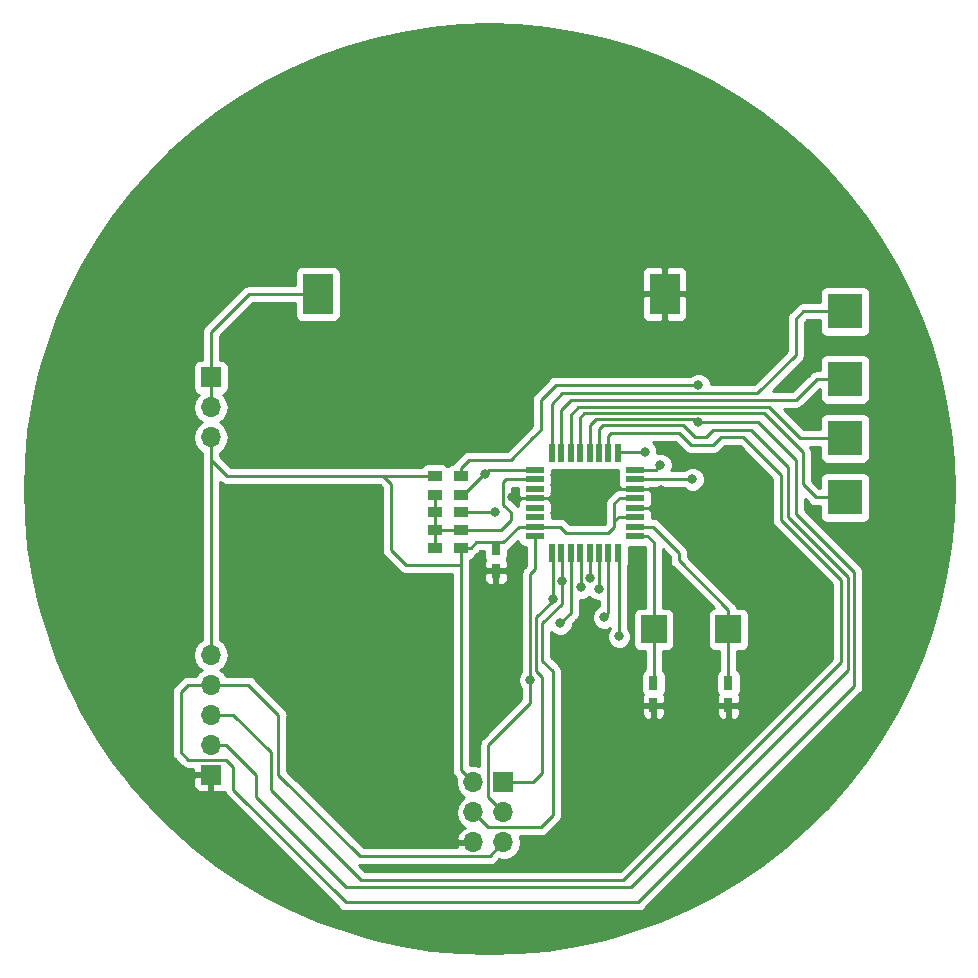
<source format=gbr>
G04 #@! TF.GenerationSoftware,KiCad,Pcbnew,(5.0.0)*
G04 #@! TF.CreationDate,2019-02-21T00:44:54+09:00*
G04 #@! TF.ProjectId,coaster,636F61737465722E6B696361645F7063,rev?*
G04 #@! TF.SameCoordinates,Original*
G04 #@! TF.FileFunction,Copper,L2,Bot,Signal*
G04 #@! TF.FilePolarity,Positive*
%FSLAX46Y46*%
G04 Gerber Fmt 4.6, Leading zero omitted, Abs format (unit mm)*
G04 Created by KiCad (PCBNEW (5.0.0)) date 02/21/19 00:44:54*
%MOMM*%
%LPD*%
G01*
G04 APERTURE LIST*
G04 #@! TA.AperFunction,ComponentPad*
%ADD10O,1.700000X1.700000*%
G04 #@! TD*
G04 #@! TA.AperFunction,ComponentPad*
%ADD11R,1.700000X1.700000*%
G04 #@! TD*
G04 #@! TA.AperFunction,SMDPad,CuDef*
%ADD12R,1.200000X0.900000*%
G04 #@! TD*
G04 #@! TA.AperFunction,SMDPad,CuDef*
%ADD13R,2.540000X3.510000*%
G04 #@! TD*
G04 #@! TA.AperFunction,SMDPad,CuDef*
%ADD14R,0.750000X1.200000*%
G04 #@! TD*
G04 #@! TA.AperFunction,SMDPad,CuDef*
%ADD15R,3.000000X3.000000*%
G04 #@! TD*
G04 #@! TA.AperFunction,SMDPad,CuDef*
%ADD16R,1.600000X0.550000*%
G04 #@! TD*
G04 #@! TA.AperFunction,SMDPad,CuDef*
%ADD17R,0.550000X1.600000*%
G04 #@! TD*
G04 #@! TA.AperFunction,SMDPad,CuDef*
%ADD18R,2.200000X2.400000*%
G04 #@! TD*
G04 #@! TA.AperFunction,ViaPad*
%ADD19C,0.800000*%
G04 #@! TD*
G04 #@! TA.AperFunction,Conductor*
%ADD20C,0.250000*%
G04 #@! TD*
G04 #@! TA.AperFunction,Conductor*
%ADD21C,0.254000*%
G04 #@! TD*
G04 APERTURE END LIST*
D10*
G04 #@! TO.P,J2,3*
G04 #@! TO.N,+BATT*
X131445000Y-80645000D03*
G04 #@! TO.P,J2,2*
G04 #@! TO.N,Net-(BT1-Pad1)*
X131445000Y-78105000D03*
D11*
G04 #@! TO.P,J2,1*
X131445000Y-75565000D03*
G04 #@! TD*
D12*
G04 #@! TO.P,R18,1*
G04 #@! TO.N,+BATT*
X152600000Y-90000000D03*
G04 #@! TO.P,R18,2*
G04 #@! TO.N,Net-(R14-Pad1)*
X150400000Y-90000000D03*
G04 #@! TD*
D13*
G04 #@! TO.P,BT1,1*
G04 #@! TO.N,Net-(BT1-Pad1)*
X140500000Y-68500000D03*
G04 #@! TO.P,BT1,2*
G04 #@! TO.N,GND*
X169860000Y-68500000D03*
G04 #@! TD*
D14*
G04 #@! TO.P,C1,2*
G04 #@! TO.N,GND*
X175260000Y-103312000D03*
G04 #@! TO.P,C1,1*
G04 #@! TO.N,Net-(C1-Pad1)*
X175260000Y-101412000D03*
G04 #@! TD*
G04 #@! TO.P,C2,1*
G04 #@! TO.N,Net-(C2-Pad1)*
X168910000Y-101412000D03*
G04 #@! TO.P,C2,2*
G04 #@! TO.N,GND*
X168910000Y-103312000D03*
G04 #@! TD*
G04 #@! TO.P,C3,1*
G04 #@! TO.N,+BATT*
X155575000Y-90043000D03*
G04 #@! TO.P,C3,2*
G04 #@! TO.N,GND*
X155575000Y-91943000D03*
G04 #@! TD*
D11*
G04 #@! TO.P,CN1,1*
G04 #@! TO.N,MISO*
X156210000Y-109855000D03*
D10*
G04 #@! TO.P,CN1,2*
G04 #@! TO.N,+BATT*
X153670000Y-109855000D03*
G04 #@! TO.P,CN1,3*
G04 #@! TO.N,SCK*
X156210000Y-112395000D03*
G04 #@! TO.P,CN1,4*
G04 #@! TO.N,MOSI*
X153670000Y-112395000D03*
G04 #@! TO.P,CN1,5*
G04 #@! TO.N,~RESET*
X156210000Y-114935000D03*
G04 #@! TO.P,CN1,6*
G04 #@! TO.N,GND*
X153670000Y-114935000D03*
G04 #@! TD*
D11*
G04 #@! TO.P,J1,1*
G04 #@! TO.N,GND*
X131445000Y-109220000D03*
D10*
G04 #@! TO.P,J1,2*
G04 #@! TO.N,TX*
X131445000Y-106680000D03*
G04 #@! TO.P,J1,3*
G04 #@! TO.N,RX*
X131445000Y-104140000D03*
G04 #@! TO.P,J1,4*
G04 #@! TO.N,~RESET*
X131445000Y-101600000D03*
G04 #@! TO.P,J1,5*
G04 #@! TO.N,+BATT*
X131445000Y-99060000D03*
G04 #@! TD*
D15*
G04 #@! TO.P,J5,1*
G04 #@! TO.N,Net-(J5-Pad1)*
X185140000Y-69977000D03*
G04 #@! TD*
G04 #@! TO.P,J6,1*
G04 #@! TO.N,Net-(J6-Pad1)*
X185140000Y-75725000D03*
G04 #@! TD*
G04 #@! TO.P,J7,1*
G04 #@! TO.N,Net-(J7-Pad1)*
X185140000Y-80725000D03*
G04 #@! TD*
G04 #@! TO.P,J8,1*
G04 #@! TO.N,Net-(J8-Pad1)*
X185140000Y-85725000D03*
G04 #@! TD*
D12*
G04 #@! TO.P,R14,1*
G04 #@! TO.N,Net-(R14-Pad1)*
X150400000Y-87000000D03*
G04 #@! TO.P,R14,2*
G04 #@! TO.N,Net-(R14-Pad2)*
X152600000Y-87000000D03*
G04 #@! TD*
G04 #@! TO.P,R15,1*
G04 #@! TO.N,+BATT*
X150411000Y-83947000D03*
G04 #@! TO.P,R15,2*
G04 #@! TO.N,~RESET*
X152611000Y-83947000D03*
G04 #@! TD*
G04 #@! TO.P,R16,1*
G04 #@! TO.N,Net-(R14-Pad1)*
X150400000Y-85500000D03*
G04 #@! TO.P,R16,2*
G04 #@! TO.N,Net-(R16-Pad2)*
X152600000Y-85500000D03*
G04 #@! TD*
D16*
G04 #@! TO.P,U1,1*
G04 #@! TO.N,Net-(R3-Pad1)*
X167350000Y-83400000D03*
G04 #@! TO.P,U1,2*
G04 #@! TO.N,Net-(R4-Pad1)*
X167350000Y-84200000D03*
G04 #@! TO.P,U1,3*
G04 #@! TO.N,GND*
X167350000Y-85000000D03*
G04 #@! TO.P,U1,4*
G04 #@! TO.N,+BATT*
X167350000Y-85800000D03*
G04 #@! TO.P,U1,5*
G04 #@! TO.N,GND*
X167350000Y-86600000D03*
G04 #@! TO.P,U1,6*
G04 #@! TO.N,+BATT*
X167350000Y-87400000D03*
G04 #@! TO.P,U1,7*
G04 #@! TO.N,Net-(C1-Pad1)*
X167350000Y-88200000D03*
G04 #@! TO.P,U1,8*
G04 #@! TO.N,Net-(C2-Pad1)*
X167350000Y-89000000D03*
D17*
G04 #@! TO.P,U1,9*
G04 #@! TO.N,Net-(R5-Pad1)*
X165900000Y-90450000D03*
G04 #@! TO.P,U1,10*
G04 #@! TO.N,Net-(R6-Pad1)*
X165100000Y-90450000D03*
G04 #@! TO.P,U1,11*
G04 #@! TO.N,Net-(R7-Pad1)*
X164300000Y-90450000D03*
G04 #@! TO.P,U1,12*
G04 #@! TO.N,Net-(R8-Pad1)*
X163500000Y-90450000D03*
G04 #@! TO.P,U1,13*
G04 #@! TO.N,Net-(R9-Pad1)*
X162700000Y-90450000D03*
G04 #@! TO.P,U1,14*
G04 #@! TO.N,Net-(R10-Pad1)*
X161900000Y-90450000D03*
G04 #@! TO.P,U1,15*
G04 #@! TO.N,MOSI*
X161100000Y-90450000D03*
G04 #@! TO.P,U1,16*
G04 #@! TO.N,MISO*
X160300000Y-90450000D03*
D16*
G04 #@! TO.P,U1,17*
G04 #@! TO.N,SCK*
X158850000Y-89000000D03*
G04 #@! TO.P,U1,18*
G04 #@! TO.N,+BATT*
X158850000Y-88200000D03*
G04 #@! TO.P,U1,19*
G04 #@! TO.N,Net-(J3-Pad1)*
X158850000Y-87400000D03*
G04 #@! TO.P,U1,20*
G04 #@! TO.N,N/C*
X158850000Y-86600000D03*
G04 #@! TO.P,U1,21*
G04 #@! TO.N,GND*
X158850000Y-85800000D03*
G04 #@! TO.P,U1,22*
G04 #@! TO.N,Net-(J4-Pad1)*
X158850000Y-85000000D03*
G04 #@! TO.P,U1,23*
G04 #@! TO.N,Net-(R14-Pad1)*
X158850000Y-84200000D03*
G04 #@! TO.P,U1,24*
G04 #@! TO.N,Net-(R16-Pad2)*
X158850000Y-83400000D03*
D17*
G04 #@! TO.P,U1,25*
G04 #@! TO.N,Net-(J5-Pad1)*
X160300000Y-81950000D03*
G04 #@! TO.P,U1,26*
G04 #@! TO.N,Net-(J6-Pad1)*
X161100000Y-81950000D03*
G04 #@! TO.P,U1,27*
G04 #@! TO.N,Net-(J7-Pad1)*
X161900000Y-81950000D03*
G04 #@! TO.P,U1,28*
G04 #@! TO.N,Net-(J8-Pad1)*
X162700000Y-81950000D03*
G04 #@! TO.P,U1,29*
G04 #@! TO.N,~RESET*
X163500000Y-81950000D03*
G04 #@! TO.P,U1,30*
G04 #@! TO.N,TX*
X164300000Y-81950000D03*
G04 #@! TO.P,U1,31*
G04 #@! TO.N,RX*
X165100000Y-81950000D03*
G04 #@! TO.P,U1,32*
G04 #@! TO.N,Net-(R2-Pad1)*
X165900000Y-81950000D03*
G04 #@! TD*
D18*
G04 #@! TO.P,Y1,1*
G04 #@! TO.N,Net-(C1-Pad1)*
X175235000Y-96901000D03*
G04 #@! TO.P,Y1,2*
G04 #@! TO.N,Net-(C2-Pad1)*
X168935000Y-96901000D03*
G04 #@! TD*
D12*
G04 #@! TO.P,R17,1*
G04 #@! TO.N,Net-(R14-Pad1)*
X152600000Y-88500000D03*
G04 #@! TO.P,R17,2*
X150400000Y-88500000D03*
G04 #@! TD*
D19*
G04 #@! TO.N,GND*
X168910000Y-107315000D03*
X169545000Y-85090000D03*
X169545000Y-86360000D03*
X156972000Y-85725000D03*
X156972000Y-92329000D03*
G04 #@! TO.N,MISO*
X160401000Y-94361000D03*
G04 #@! TO.N,SCK*
X158493992Y-101184345D03*
G04 #@! TO.N,MOSI*
X161163000Y-92837000D03*
G04 #@! TO.N,~RESET*
X172720000Y-76200000D03*
X172720000Y-79375000D03*
G04 #@! TO.N,Net-(R2-Pad1)*
X168211500Y-81851500D03*
G04 #@! TO.N,Net-(R3-Pad1)*
X169500000Y-83000000D03*
G04 #@! TO.N,Net-(R4-Pad1)*
X172212000Y-84201000D03*
G04 #@! TO.N,Net-(R5-Pad1)*
X166000000Y-97500000D03*
G04 #@! TO.N,Net-(R6-Pad1)*
X164751021Y-95885000D03*
G04 #@! TO.N,Net-(R7-Pad1)*
X164301010Y-93472000D03*
G04 #@! TO.N,Net-(R8-Pad1)*
X163576000Y-92583000D03*
G04 #@! TO.N,Net-(R9-Pad1)*
X162814000Y-93345000D03*
G04 #@! TO.N,Net-(R10-Pad1)*
X161036000Y-96393000D03*
G04 #@! TO.N,Net-(R16-Pad2)*
X154669836Y-83705154D03*
G04 #@! TO.N,Net-(R14-Pad2)*
X155500000Y-87000000D03*
G04 #@! TD*
D20*
G04 #@! TO.N,Net-(BT1-Pad1)*
X131445000Y-78105000D02*
X131445000Y-75565000D01*
X131445000Y-75565000D02*
X131445000Y-71755000D01*
X134700000Y-68500000D02*
X140500000Y-68500000D01*
X131445000Y-71755000D02*
X134700000Y-68500000D01*
G04 #@! TO.N,GND*
X168910000Y-103312000D02*
X168910000Y-107315000D01*
X167350000Y-85000000D02*
X169455000Y-85000000D01*
X169455000Y-85000000D02*
X169545000Y-85090000D01*
X167350000Y-86600000D02*
X169545000Y-86600000D01*
X158850000Y-85800000D02*
X157047000Y-85800000D01*
X157047000Y-85800000D02*
X156972000Y-85725000D01*
X158850000Y-85800000D02*
X161977000Y-85800000D01*
X162777000Y-85000000D02*
X167350000Y-85000000D01*
X161977000Y-85800000D02*
X162777000Y-85000000D01*
X155575000Y-91943000D02*
X156586000Y-91943000D01*
X156586000Y-91943000D02*
X156972000Y-92329000D01*
G04 #@! TO.N,Net-(C1-Pad1)*
X175260000Y-96926000D02*
X175235000Y-96901000D01*
X175260000Y-101412000D02*
X175260000Y-96926000D01*
X175235000Y-95225000D02*
X175235000Y-96901000D01*
X171069000Y-91059000D02*
X175235000Y-95225000D01*
X171069000Y-90424000D02*
X171069000Y-91059000D01*
X168845000Y-88200000D02*
X171069000Y-90424000D01*
X167350000Y-88200000D02*
X168845000Y-88200000D01*
G04 #@! TO.N,Net-(C2-Pad1)*
X168935000Y-101387000D02*
X168910000Y-101412000D01*
X168935000Y-96901000D02*
X168935000Y-101387000D01*
X168935000Y-95451000D02*
X168935000Y-96901000D01*
X168935000Y-89535000D02*
X168935000Y-95451000D01*
X168400000Y-89000000D02*
X168935000Y-89535000D01*
X167350000Y-89000000D02*
X168400000Y-89000000D01*
G04 #@! TO.N,+BATT*
X153450000Y-90000000D02*
X153915000Y-89535000D01*
X152600000Y-90000000D02*
X153450000Y-90000000D01*
X153915000Y-89535000D02*
X156210000Y-89535000D01*
X157545000Y-88200000D02*
X158850000Y-88200000D01*
X156210000Y-89535000D02*
X157545000Y-88200000D01*
X166300000Y-87400000D02*
X167350000Y-87400000D01*
X155575000Y-89662000D02*
X155448000Y-89535000D01*
X155575000Y-90043000D02*
X155575000Y-89662000D01*
X150411000Y-83947000D02*
X146050000Y-83947000D01*
X146050000Y-83947000D02*
X134747000Y-83947000D01*
X152600000Y-108785000D02*
X153670000Y-109855000D01*
X152600000Y-90000000D02*
X152600000Y-91440000D01*
X152600000Y-91440000D02*
X152600000Y-108785000D01*
X146685000Y-84582000D02*
X146050000Y-83947000D01*
X146685000Y-90170000D02*
X146685000Y-84582000D01*
X147955000Y-91440000D02*
X146685000Y-90170000D01*
X152600000Y-91440000D02*
X147955000Y-91440000D01*
X131445000Y-80645000D02*
X131445000Y-82550000D01*
X132842000Y-83947000D02*
X134747000Y-83947000D01*
X131445000Y-82550000D02*
X132842000Y-83947000D01*
X131445000Y-99060000D02*
X131445000Y-80645000D01*
X158850000Y-88200000D02*
X160971000Y-88200000D01*
X160971000Y-88200000D02*
X161544000Y-88773000D01*
X161544000Y-88773000D02*
X165100000Y-88773000D01*
X167350000Y-87400000D02*
X165965000Y-87400000D01*
X165608000Y-87757000D02*
X165608000Y-88265000D01*
X165965000Y-87400000D02*
X165608000Y-87757000D01*
X165100000Y-88773000D02*
X165608000Y-88265000D01*
X167350000Y-85800000D02*
X166041000Y-85800000D01*
X165608000Y-86233000D02*
X165608000Y-87757000D01*
X166041000Y-85800000D02*
X165608000Y-86233000D01*
G04 #@! TO.N,MISO*
X160401000Y-90551000D02*
X160300000Y-90450000D01*
X160401000Y-94361000D02*
X160401000Y-90551000D01*
X156210000Y-109855000D02*
X158750000Y-109855000D01*
X158750000Y-109855000D02*
X159512000Y-109093000D01*
X160401000Y-94361000D02*
X160401000Y-94488000D01*
X160401000Y-94488000D02*
X159004000Y-95885000D01*
X159004000Y-100457000D02*
X159512000Y-100965000D01*
X159004000Y-95885000D02*
X159004000Y-100457000D01*
X159512000Y-109093000D02*
X159512000Y-100965000D01*
G04 #@! TO.N,SCK*
X158493992Y-103126008D02*
X158493992Y-101184345D01*
X154940000Y-106680000D02*
X158493992Y-103126008D01*
X156210000Y-112395000D02*
X154940000Y-111125000D01*
X154940000Y-111125000D02*
X154940000Y-106680000D01*
X158493992Y-92177008D02*
X158850000Y-91821000D01*
X158493992Y-101184345D02*
X158493992Y-92177008D01*
X158850000Y-89000000D02*
X158850000Y-91821000D01*
G04 #@! TO.N,MOSI*
X161163000Y-90513000D02*
X161100000Y-90450000D01*
X161163000Y-92837000D02*
X161163000Y-90513000D01*
X154940000Y-113665000D02*
X153670000Y-112395000D01*
X161163000Y-94742000D02*
X159512000Y-96393000D01*
X159385000Y-113665000D02*
X154940000Y-113665000D01*
X159512000Y-96393000D02*
X159512000Y-99568000D01*
X161163000Y-92837000D02*
X161163000Y-94742000D01*
X159512000Y-99568000D02*
X160401000Y-100457000D01*
X160401000Y-100457000D02*
X160401000Y-112649000D01*
X160401000Y-112649000D02*
X159385000Y-113665000D01*
G04 #@! TO.N,~RESET*
X152611000Y-83247000D02*
X153308000Y-82550000D01*
X152611000Y-83947000D02*
X152611000Y-83247000D01*
X153308000Y-82550000D02*
X156845000Y-82550000D01*
X156845000Y-82550000D02*
X158750000Y-80645000D01*
X158750000Y-80645000D02*
X159385000Y-80010000D01*
X159385000Y-80010000D02*
X159385000Y-77470000D01*
X159385000Y-77470000D02*
X160655000Y-76200000D01*
X160655000Y-76200000D02*
X172720000Y-76200000D01*
X131445000Y-101600000D02*
X134620000Y-101600000D01*
X134620000Y-101600000D02*
X137160000Y-104140000D01*
X137160000Y-104140000D02*
X137160000Y-109220000D01*
X137160000Y-109220000D02*
X144050001Y-116110001D01*
X155034999Y-116110001D02*
X144050001Y-116110001D01*
X156210000Y-114935000D02*
X155034999Y-116110001D01*
X163500000Y-79629000D02*
X163500000Y-81950000D01*
X164008000Y-79121000D02*
X163500000Y-79629000D01*
X172212000Y-79121000D02*
X164008000Y-79121000D01*
X172212000Y-79121000D02*
X172466000Y-79121000D01*
X172466000Y-79121000D02*
X172720000Y-79375000D01*
X177800000Y-79375000D02*
X172720000Y-79375000D01*
X185928000Y-92075000D02*
X180975000Y-87122000D01*
X185928000Y-101727000D02*
X185928000Y-92075000D01*
X167640000Y-120015000D02*
X185928000Y-101727000D01*
X142875000Y-120015000D02*
X167640000Y-120015000D01*
X133349295Y-110489295D02*
X142875000Y-120015000D01*
X133349295Y-108584295D02*
X133349295Y-110489295D01*
X131445000Y-101600000D02*
X129540000Y-101600000D01*
X129540000Y-101600000D02*
X128905000Y-102235000D01*
X128905000Y-102235000D02*
X128905000Y-107315000D01*
X180975000Y-82550000D02*
X177800000Y-79375000D01*
X128905000Y-107315000D02*
X129540000Y-107950000D01*
X129540000Y-107950000D02*
X132715000Y-107950000D01*
X180975000Y-87122000D02*
X180975000Y-82550000D01*
X132715000Y-107950000D02*
X133349295Y-108584295D01*
G04 #@! TO.N,TX*
X167005000Y-118745000D02*
X185420000Y-100330000D01*
X142875000Y-118745000D02*
X167005000Y-118745000D01*
X135255000Y-111125000D02*
X142875000Y-118745000D01*
X135255000Y-109220000D02*
X135255000Y-111125000D01*
X132715000Y-106680000D02*
X135255000Y-109220000D01*
X131445000Y-106680000D02*
X132715000Y-106680000D01*
X185420000Y-100330000D02*
X185420000Y-92456000D01*
X164643000Y-79629000D02*
X164300000Y-79972000D01*
X185420000Y-92456000D02*
X180340000Y-87376000D01*
X172408010Y-80645000D02*
X171392010Y-79629000D01*
X180340000Y-87376000D02*
X180340000Y-83185000D01*
X164300000Y-79972000D02*
X164300000Y-81950000D01*
X180340000Y-83185000D02*
X177165000Y-80010000D01*
X177165000Y-80010000D02*
X173990000Y-80010000D01*
X173990000Y-80010000D02*
X173355000Y-80645000D01*
X173355000Y-80645000D02*
X172408010Y-80645000D01*
X171392010Y-79629000D02*
X164643000Y-79629000D01*
G04 #@! TO.N,RX*
X165100000Y-80518000D02*
X165100000Y-81950000D01*
X166370000Y-118110000D02*
X184785000Y-99695000D01*
X136525000Y-110490000D02*
X144145000Y-118110000D01*
X144145000Y-118110000D02*
X166370000Y-118110000D01*
X136525000Y-107315000D02*
X136525000Y-110490000D01*
X131445000Y-104140000D02*
X133350000Y-104140000D01*
X133350000Y-104140000D02*
X136525000Y-107315000D01*
X184785000Y-99695000D02*
X184785000Y-92710000D01*
X184785000Y-92710000D02*
X179705000Y-87630000D01*
X179705000Y-83820000D02*
X176530000Y-80645000D01*
X179705000Y-87630000D02*
X179705000Y-83820000D01*
X165354000Y-80264000D02*
X165100000Y-80518000D01*
X176530000Y-80645000D02*
X174625000Y-80645000D01*
X174625000Y-80645000D02*
X173990000Y-81280000D01*
X173990000Y-81280000D02*
X172085000Y-81280000D01*
X172085000Y-81280000D02*
X171069000Y-80264000D01*
X171069000Y-80264000D02*
X165354000Y-80264000D01*
G04 #@! TO.N,Net-(J5-Pad1)*
X181610000Y-69977000D02*
X185140000Y-69977000D01*
X160300000Y-77825000D02*
X161199999Y-76925001D01*
X161199999Y-76925001D02*
X177709999Y-76925001D01*
X177709999Y-76925001D02*
X180975000Y-73660000D01*
X180975000Y-73660000D02*
X180975000Y-70612000D01*
X160300000Y-81950000D02*
X160300000Y-77825000D01*
X180975000Y-70612000D02*
X181610000Y-69977000D01*
G04 #@! TO.N,Net-(J6-Pad1)*
X182720000Y-75725000D02*
X185140000Y-75725000D01*
X180975000Y-77470000D02*
X182720000Y-75725000D01*
X161925000Y-77470000D02*
X180975000Y-77470000D01*
X161100000Y-78295000D02*
X161925000Y-77470000D01*
X161100000Y-81950000D02*
X161100000Y-78295000D01*
G04 #@! TO.N,Net-(J7-Pad1)*
X161900000Y-81950000D02*
X161900000Y-78765000D01*
X161900000Y-78765000D02*
X162560000Y-78105000D01*
X178736000Y-78105000D02*
X181356000Y-80725000D01*
X162560000Y-78105000D02*
X178736000Y-78105000D01*
X185140000Y-80725000D02*
X181356000Y-80725000D01*
G04 #@! TO.N,Net-(J8-Pad1)*
X182640000Y-85725000D02*
X185140000Y-85725000D01*
X162700000Y-81950000D02*
X162700000Y-78981000D01*
X163068000Y-78613000D02*
X178244500Y-78613000D01*
X178244500Y-78613000D02*
X181546500Y-81915000D01*
X181546500Y-81915000D02*
X181546500Y-84631500D01*
X162700000Y-78981000D02*
X163068000Y-78613000D01*
X181546500Y-84631500D02*
X182640000Y-85725000D01*
G04 #@! TO.N,Net-(R2-Pad1)*
X165998500Y-81851500D02*
X165900000Y-81950000D01*
X168211500Y-81851500D02*
X165998500Y-81851500D01*
G04 #@! TO.N,Net-(R3-Pad1)*
X169100001Y-83399999D02*
X169500000Y-83000000D01*
X167350000Y-83400000D02*
X169100001Y-83399999D01*
G04 #@! TO.N,Net-(R4-Pad1)*
X172211000Y-84200000D02*
X167350000Y-84200000D01*
X172212000Y-84201000D02*
X172211000Y-84200000D01*
G04 #@! TO.N,Net-(R5-Pad1)*
X166000000Y-90550000D02*
X165900000Y-90450000D01*
X166000000Y-97500000D02*
X166000000Y-90550000D01*
G04 #@! TO.N,Net-(R6-Pad1)*
X165100000Y-95536021D02*
X164751021Y-95885000D01*
X165100000Y-90450000D02*
X165100000Y-95536021D01*
G04 #@! TO.N,Net-(R7-Pad1)*
X164301010Y-92235008D02*
X164301010Y-92906315D01*
X164300000Y-90450000D02*
X164300000Y-92233998D01*
X164300000Y-92233998D02*
X164301010Y-92235008D01*
X164301010Y-92906315D02*
X164301010Y-93472000D01*
G04 #@! TO.N,Net-(R8-Pad1)*
X163576000Y-90526000D02*
X163500000Y-90450000D01*
X163576000Y-92583000D02*
X163576000Y-90526000D01*
G04 #@! TO.N,Net-(R9-Pad1)*
X162814000Y-90564000D02*
X162700000Y-90450000D01*
X162814000Y-93345000D02*
X162814000Y-90564000D01*
G04 #@! TO.N,Net-(R10-Pad1)*
X161900000Y-90450000D02*
X161900000Y-95529000D01*
X161900000Y-95529000D02*
X161036000Y-96393000D01*
G04 #@! TO.N,Net-(R16-Pad2)*
X154974990Y-83400000D02*
X154669836Y-83705154D01*
X152750000Y-85500000D02*
X154544846Y-83705154D01*
X154544846Y-83705154D02*
X154669836Y-83705154D01*
X152600000Y-85500000D02*
X152750000Y-85500000D01*
X158850000Y-83400000D02*
X154974990Y-83400000D01*
G04 #@! TO.N,Net-(R14-Pad2)*
X152600000Y-87000000D02*
X155500000Y-87000000D01*
G04 #@! TO.N,Net-(R14-Pad1)*
X152600000Y-88500000D02*
X150400000Y-88500000D01*
X150400000Y-90000000D02*
X150400000Y-88500000D01*
X150400000Y-87000000D02*
X150400000Y-88500000D01*
X150400000Y-87000000D02*
X150400000Y-85500000D01*
X155975000Y-88500000D02*
X152600000Y-88500000D01*
X158850000Y-84200000D02*
X156465000Y-84200000D01*
X156465000Y-84200000D02*
X156210000Y-84455000D01*
X156210000Y-86360000D02*
X156845000Y-86995000D01*
X156845000Y-86995000D02*
X156845000Y-87630000D01*
X156210000Y-84455000D02*
X156210000Y-86360000D01*
X156845000Y-87630000D02*
X155975000Y-88500000D01*
G04 #@! TD*
D21*
G04 #@! TO.N,GND*
G36*
X157468609Y-45762579D02*
X159927476Y-45995011D01*
X162366896Y-46381377D01*
X164777243Y-46920153D01*
X167149003Y-47609213D01*
X169472817Y-48445837D01*
X171739513Y-49426724D01*
X173940146Y-50548003D01*
X176066030Y-51805248D01*
X178108777Y-53193497D01*
X180060324Y-54707272D01*
X181912969Y-56340598D01*
X183659402Y-58087031D01*
X185292728Y-59939676D01*
X186806503Y-61891223D01*
X188194752Y-63933970D01*
X189451997Y-66059854D01*
X190573276Y-68260487D01*
X191554163Y-70527183D01*
X192390787Y-72850997D01*
X193079847Y-75222757D01*
X193618623Y-77633104D01*
X194004989Y-80072524D01*
X194237421Y-82531391D01*
X194315000Y-85000000D01*
X194237421Y-87468609D01*
X194004989Y-89927476D01*
X193618623Y-92366896D01*
X193079847Y-94777243D01*
X192390787Y-97149003D01*
X191554163Y-99472817D01*
X190573276Y-101739513D01*
X189451997Y-103940146D01*
X188194752Y-106066030D01*
X186806503Y-108108777D01*
X185292728Y-110060324D01*
X183659402Y-111912969D01*
X181912969Y-113659402D01*
X180060324Y-115292728D01*
X178108777Y-116806503D01*
X176066030Y-118194752D01*
X173940146Y-119451997D01*
X171739513Y-120573276D01*
X169472817Y-121554163D01*
X167149003Y-122390787D01*
X164777243Y-123079847D01*
X162366896Y-123618623D01*
X159927476Y-124004989D01*
X157468609Y-124237421D01*
X155000000Y-124315000D01*
X152531391Y-124237421D01*
X150072524Y-124004989D01*
X147633104Y-123618623D01*
X145222757Y-123079847D01*
X142850997Y-122390787D01*
X140527183Y-121554163D01*
X138260487Y-120573276D01*
X136059854Y-119451997D01*
X133933970Y-118194752D01*
X131891223Y-116806503D01*
X129939676Y-115292728D01*
X128087031Y-113659402D01*
X126340598Y-111912969D01*
X124707272Y-110060324D01*
X124277101Y-109505750D01*
X129960000Y-109505750D01*
X129960000Y-110196310D01*
X130056673Y-110429699D01*
X130235302Y-110608327D01*
X130468691Y-110705000D01*
X131159250Y-110705000D01*
X131318000Y-110546250D01*
X131318000Y-109347000D01*
X130118750Y-109347000D01*
X129960000Y-109505750D01*
X124277101Y-109505750D01*
X123193497Y-108108777D01*
X121805248Y-106066030D01*
X120548003Y-103940146D01*
X119679188Y-102235000D01*
X128130112Y-102235000D01*
X128145000Y-102309847D01*
X128145001Y-107240148D01*
X128130112Y-107315000D01*
X128145001Y-107389852D01*
X128189097Y-107611537D01*
X128357072Y-107862929D01*
X128420528Y-107905329D01*
X128949670Y-108434472D01*
X128992071Y-108497929D01*
X129243463Y-108665904D01*
X129465148Y-108710000D01*
X129465152Y-108710000D01*
X129540000Y-108724888D01*
X129614848Y-108710000D01*
X129960000Y-108710000D01*
X129960000Y-108934250D01*
X130118750Y-109093000D01*
X131318000Y-109093000D01*
X131318000Y-109073000D01*
X131572000Y-109073000D01*
X131572000Y-109093000D01*
X131592000Y-109093000D01*
X131592000Y-109347000D01*
X131572000Y-109347000D01*
X131572000Y-110546250D01*
X131730750Y-110705000D01*
X132421309Y-110705000D01*
X132602393Y-110629992D01*
X132633392Y-110785832D01*
X132716359Y-110910000D01*
X132801367Y-111037224D01*
X132864823Y-111079624D01*
X142284671Y-120499473D01*
X142327071Y-120562929D01*
X142578463Y-120730904D01*
X142800148Y-120775000D01*
X142800152Y-120775000D01*
X142874999Y-120789888D01*
X142949846Y-120775000D01*
X167565153Y-120775000D01*
X167640000Y-120789888D01*
X167714847Y-120775000D01*
X167714852Y-120775000D01*
X167936537Y-120730904D01*
X168187929Y-120562929D01*
X168230331Y-120499470D01*
X186412473Y-102317329D01*
X186475929Y-102274929D01*
X186643904Y-102023537D01*
X186688000Y-101801852D01*
X186688000Y-101801848D01*
X186702888Y-101727000D01*
X186688000Y-101652152D01*
X186688000Y-92149848D01*
X186702888Y-92075000D01*
X186688000Y-92000152D01*
X186688000Y-92000148D01*
X186643904Y-91778463D01*
X186643904Y-91778462D01*
X186518329Y-91590527D01*
X186475929Y-91527071D01*
X186412473Y-91484671D01*
X181735000Y-86807199D01*
X181735000Y-85894802D01*
X182049671Y-86209473D01*
X182092071Y-86272929D01*
X182343463Y-86440904D01*
X182565148Y-86485000D01*
X182565152Y-86485000D01*
X182640000Y-86499888D01*
X182714848Y-86485000D01*
X182992560Y-86485000D01*
X182992560Y-87225000D01*
X183041843Y-87472765D01*
X183182191Y-87682809D01*
X183392235Y-87823157D01*
X183640000Y-87872440D01*
X186640000Y-87872440D01*
X186887765Y-87823157D01*
X187097809Y-87682809D01*
X187238157Y-87472765D01*
X187287440Y-87225000D01*
X187287440Y-84225000D01*
X187238157Y-83977235D01*
X187097809Y-83767191D01*
X186887765Y-83626843D01*
X186640000Y-83577560D01*
X183640000Y-83577560D01*
X183392235Y-83626843D01*
X183182191Y-83767191D01*
X183041843Y-83977235D01*
X182992560Y-84225000D01*
X182992560Y-84965000D01*
X182954802Y-84965000D01*
X182306500Y-84316699D01*
X182306500Y-81989846D01*
X182321388Y-81914999D01*
X182306500Y-81840152D01*
X182306500Y-81840148D01*
X182262404Y-81618463D01*
X182173227Y-81485000D01*
X182992560Y-81485000D01*
X182992560Y-82225000D01*
X183041843Y-82472765D01*
X183182191Y-82682809D01*
X183392235Y-82823157D01*
X183640000Y-82872440D01*
X186640000Y-82872440D01*
X186887765Y-82823157D01*
X187097809Y-82682809D01*
X187238157Y-82472765D01*
X187287440Y-82225000D01*
X187287440Y-79225000D01*
X187238157Y-78977235D01*
X187097809Y-78767191D01*
X186887765Y-78626843D01*
X186640000Y-78577560D01*
X183640000Y-78577560D01*
X183392235Y-78626843D01*
X183182191Y-78767191D01*
X183041843Y-78977235D01*
X182992560Y-79225000D01*
X182992560Y-79965000D01*
X181670802Y-79965000D01*
X179935801Y-78230000D01*
X180900153Y-78230000D01*
X180975000Y-78244888D01*
X181049847Y-78230000D01*
X181049852Y-78230000D01*
X181271537Y-78185904D01*
X181522929Y-78017929D01*
X181565331Y-77954470D01*
X182992560Y-76527242D01*
X182992560Y-77225000D01*
X183041843Y-77472765D01*
X183182191Y-77682809D01*
X183392235Y-77823157D01*
X183640000Y-77872440D01*
X186640000Y-77872440D01*
X186887765Y-77823157D01*
X187097809Y-77682809D01*
X187238157Y-77472765D01*
X187287440Y-77225000D01*
X187287440Y-74225000D01*
X187238157Y-73977235D01*
X187097809Y-73767191D01*
X186887765Y-73626843D01*
X186640000Y-73577560D01*
X183640000Y-73577560D01*
X183392235Y-73626843D01*
X183182191Y-73767191D01*
X183041843Y-73977235D01*
X182992560Y-74225000D01*
X182992560Y-74965000D01*
X182794848Y-74965000D01*
X182720000Y-74950112D01*
X182645152Y-74965000D01*
X182645148Y-74965000D01*
X182471605Y-74999520D01*
X182423462Y-75009096D01*
X182236418Y-75134076D01*
X182172071Y-75177071D01*
X182129671Y-75240527D01*
X180660199Y-76710000D01*
X178999801Y-76710000D01*
X181459473Y-74250329D01*
X181522929Y-74207929D01*
X181616721Y-74067560D01*
X181690904Y-73956538D01*
X181728567Y-73767191D01*
X181735000Y-73734852D01*
X181735000Y-73734848D01*
X181749888Y-73660000D01*
X181735000Y-73585152D01*
X181735000Y-70926801D01*
X181924802Y-70737000D01*
X182992560Y-70737000D01*
X182992560Y-71477000D01*
X183041843Y-71724765D01*
X183182191Y-71934809D01*
X183392235Y-72075157D01*
X183640000Y-72124440D01*
X186640000Y-72124440D01*
X186887765Y-72075157D01*
X187097809Y-71934809D01*
X187238157Y-71724765D01*
X187287440Y-71477000D01*
X187287440Y-68477000D01*
X187238157Y-68229235D01*
X187097809Y-68019191D01*
X186887765Y-67878843D01*
X186640000Y-67829560D01*
X183640000Y-67829560D01*
X183392235Y-67878843D01*
X183182191Y-68019191D01*
X183041843Y-68229235D01*
X182992560Y-68477000D01*
X182992560Y-69217000D01*
X181684848Y-69217000D01*
X181610000Y-69202112D01*
X181535152Y-69217000D01*
X181535148Y-69217000D01*
X181313463Y-69261096D01*
X181062071Y-69429071D01*
X181019671Y-69492527D01*
X180490528Y-70021671D01*
X180427072Y-70064071D01*
X180384672Y-70127527D01*
X180384671Y-70127528D01*
X180259097Y-70315463D01*
X180200112Y-70612000D01*
X180215001Y-70686852D01*
X180215000Y-73345198D01*
X177395198Y-76165001D01*
X173755000Y-76165001D01*
X173755000Y-75994126D01*
X173597431Y-75613720D01*
X173306280Y-75322569D01*
X172925874Y-75165000D01*
X172514126Y-75165000D01*
X172133720Y-75322569D01*
X172016289Y-75440000D01*
X160729846Y-75440000D01*
X160654999Y-75425112D01*
X160580152Y-75440000D01*
X160580148Y-75440000D01*
X160358463Y-75484096D01*
X160107071Y-75652071D01*
X160064671Y-75715527D01*
X158900528Y-76879671D01*
X158837072Y-76922071D01*
X158794672Y-76985527D01*
X158794671Y-76985528D01*
X158712106Y-77109096D01*
X158669097Y-77173463D01*
X158637938Y-77330112D01*
X158610112Y-77470000D01*
X158625001Y-77544852D01*
X158625000Y-79695198D01*
X158265530Y-80054669D01*
X158265527Y-80054671D01*
X156530199Y-81790000D01*
X153382848Y-81790000D01*
X153308000Y-81775112D01*
X153233152Y-81790000D01*
X153233148Y-81790000D01*
X153059605Y-81824520D01*
X153011462Y-81834096D01*
X152890383Y-81914999D01*
X152760071Y-82002071D01*
X152717671Y-82065527D01*
X152126528Y-82656671D01*
X152063072Y-82699071D01*
X152020672Y-82762527D01*
X152020671Y-82762528D01*
X151955087Y-82860682D01*
X151763235Y-82898843D01*
X151553191Y-83039191D01*
X151511000Y-83102334D01*
X151468809Y-83039191D01*
X151258765Y-82898843D01*
X151011000Y-82849560D01*
X149811000Y-82849560D01*
X149563235Y-82898843D01*
X149353191Y-83039191D01*
X149254427Y-83187000D01*
X146124847Y-83187000D01*
X146050000Y-83172112D01*
X145975153Y-83187000D01*
X133156803Y-83187000D01*
X132205000Y-82235199D01*
X132205000Y-81923178D01*
X132515625Y-81715625D01*
X132843839Y-81224418D01*
X132959092Y-80645000D01*
X132843839Y-80065582D01*
X132515625Y-79574375D01*
X132217239Y-79375000D01*
X132515625Y-79175625D01*
X132843839Y-78684418D01*
X132959092Y-78105000D01*
X132843839Y-77525582D01*
X132515625Y-77034375D01*
X132497381Y-77022184D01*
X132542765Y-77013157D01*
X132752809Y-76872809D01*
X132893157Y-76662765D01*
X132942440Y-76415000D01*
X132942440Y-74715000D01*
X132893157Y-74467235D01*
X132752809Y-74257191D01*
X132542765Y-74116843D01*
X132295000Y-74067560D01*
X132205000Y-74067560D01*
X132205000Y-72069801D01*
X135014802Y-69260000D01*
X138582560Y-69260000D01*
X138582560Y-70255000D01*
X138631843Y-70502765D01*
X138772191Y-70712809D01*
X138982235Y-70853157D01*
X139230000Y-70902440D01*
X141770000Y-70902440D01*
X142017765Y-70853157D01*
X142227809Y-70712809D01*
X142368157Y-70502765D01*
X142417440Y-70255000D01*
X142417440Y-68785750D01*
X167955000Y-68785750D01*
X167955000Y-70381310D01*
X168051673Y-70614699D01*
X168230302Y-70793327D01*
X168463691Y-70890000D01*
X169574250Y-70890000D01*
X169733000Y-70731250D01*
X169733000Y-68627000D01*
X169987000Y-68627000D01*
X169987000Y-70731250D01*
X170145750Y-70890000D01*
X171256309Y-70890000D01*
X171489698Y-70793327D01*
X171668327Y-70614699D01*
X171765000Y-70381310D01*
X171765000Y-68785750D01*
X171606250Y-68627000D01*
X169987000Y-68627000D01*
X169733000Y-68627000D01*
X168113750Y-68627000D01*
X167955000Y-68785750D01*
X142417440Y-68785750D01*
X142417440Y-66745000D01*
X142392316Y-66618690D01*
X167955000Y-66618690D01*
X167955000Y-68214250D01*
X168113750Y-68373000D01*
X169733000Y-68373000D01*
X169733000Y-66268750D01*
X169987000Y-66268750D01*
X169987000Y-68373000D01*
X171606250Y-68373000D01*
X171765000Y-68214250D01*
X171765000Y-66618690D01*
X171668327Y-66385301D01*
X171489698Y-66206673D01*
X171256309Y-66110000D01*
X170145750Y-66110000D01*
X169987000Y-66268750D01*
X169733000Y-66268750D01*
X169574250Y-66110000D01*
X168463691Y-66110000D01*
X168230302Y-66206673D01*
X168051673Y-66385301D01*
X167955000Y-66618690D01*
X142392316Y-66618690D01*
X142368157Y-66497235D01*
X142227809Y-66287191D01*
X142017765Y-66146843D01*
X141770000Y-66097560D01*
X139230000Y-66097560D01*
X138982235Y-66146843D01*
X138772191Y-66287191D01*
X138631843Y-66497235D01*
X138582560Y-66745000D01*
X138582560Y-67740000D01*
X134774846Y-67740000D01*
X134699999Y-67725112D01*
X134625152Y-67740000D01*
X134625148Y-67740000D01*
X134403463Y-67784096D01*
X134152071Y-67952071D01*
X134109671Y-68015527D01*
X130960528Y-71164671D01*
X130897072Y-71207071D01*
X130854672Y-71270527D01*
X130854671Y-71270528D01*
X130729097Y-71458463D01*
X130670112Y-71755000D01*
X130685001Y-71829852D01*
X130685000Y-74067560D01*
X130595000Y-74067560D01*
X130347235Y-74116843D01*
X130137191Y-74257191D01*
X129996843Y-74467235D01*
X129947560Y-74715000D01*
X129947560Y-76415000D01*
X129996843Y-76662765D01*
X130137191Y-76872809D01*
X130347235Y-77013157D01*
X130392619Y-77022184D01*
X130374375Y-77034375D01*
X130046161Y-77525582D01*
X129930908Y-78105000D01*
X130046161Y-78684418D01*
X130374375Y-79175625D01*
X130672761Y-79375000D01*
X130374375Y-79574375D01*
X130046161Y-80065582D01*
X129930908Y-80645000D01*
X130046161Y-81224418D01*
X130374375Y-81715625D01*
X130685001Y-81923179D01*
X130685001Y-82475148D01*
X130670112Y-82550000D01*
X130685001Y-82624851D01*
X130685000Y-97781822D01*
X130374375Y-97989375D01*
X130046161Y-98480582D01*
X129930908Y-99060000D01*
X130046161Y-99639418D01*
X130374375Y-100130625D01*
X130672761Y-100330000D01*
X130374375Y-100529375D01*
X130166822Y-100840000D01*
X129614848Y-100840000D01*
X129540000Y-100825112D01*
X129465152Y-100840000D01*
X129465148Y-100840000D01*
X129243463Y-100884096D01*
X128992071Y-101052071D01*
X128949671Y-101115527D01*
X128420530Y-101644669D01*
X128357071Y-101687071D01*
X128189096Y-101938464D01*
X128145000Y-102160149D01*
X128145000Y-102160153D01*
X128130112Y-102235000D01*
X119679188Y-102235000D01*
X119426724Y-101739513D01*
X118445837Y-99472817D01*
X117609213Y-97149003D01*
X116920153Y-94777243D01*
X116381377Y-92366896D01*
X115995011Y-89927476D01*
X115762579Y-87468609D01*
X115685000Y-85000000D01*
X115762579Y-82531391D01*
X115995011Y-80072524D01*
X116381377Y-77633104D01*
X116920153Y-75222757D01*
X117609213Y-72850997D01*
X118445837Y-70527183D01*
X119426724Y-68260487D01*
X120548003Y-66059854D01*
X121805248Y-63933970D01*
X123193497Y-61891223D01*
X124707272Y-59939676D01*
X126340598Y-58087031D01*
X128087031Y-56340598D01*
X129939676Y-54707272D01*
X131891223Y-53193497D01*
X133933970Y-51805248D01*
X136059854Y-50548003D01*
X138260487Y-49426724D01*
X140527183Y-48445837D01*
X142850997Y-47609213D01*
X145222757Y-46920153D01*
X147633104Y-46381377D01*
X150072524Y-45995011D01*
X152531391Y-45762579D01*
X155000000Y-45685000D01*
X157468609Y-45762579D01*
X157468609Y-45762579D01*
G37*
X157468609Y-45762579D02*
X159927476Y-45995011D01*
X162366896Y-46381377D01*
X164777243Y-46920153D01*
X167149003Y-47609213D01*
X169472817Y-48445837D01*
X171739513Y-49426724D01*
X173940146Y-50548003D01*
X176066030Y-51805248D01*
X178108777Y-53193497D01*
X180060324Y-54707272D01*
X181912969Y-56340598D01*
X183659402Y-58087031D01*
X185292728Y-59939676D01*
X186806503Y-61891223D01*
X188194752Y-63933970D01*
X189451997Y-66059854D01*
X190573276Y-68260487D01*
X191554163Y-70527183D01*
X192390787Y-72850997D01*
X193079847Y-75222757D01*
X193618623Y-77633104D01*
X194004989Y-80072524D01*
X194237421Y-82531391D01*
X194315000Y-85000000D01*
X194237421Y-87468609D01*
X194004989Y-89927476D01*
X193618623Y-92366896D01*
X193079847Y-94777243D01*
X192390787Y-97149003D01*
X191554163Y-99472817D01*
X190573276Y-101739513D01*
X189451997Y-103940146D01*
X188194752Y-106066030D01*
X186806503Y-108108777D01*
X185292728Y-110060324D01*
X183659402Y-111912969D01*
X181912969Y-113659402D01*
X180060324Y-115292728D01*
X178108777Y-116806503D01*
X176066030Y-118194752D01*
X173940146Y-119451997D01*
X171739513Y-120573276D01*
X169472817Y-121554163D01*
X167149003Y-122390787D01*
X164777243Y-123079847D01*
X162366896Y-123618623D01*
X159927476Y-124004989D01*
X157468609Y-124237421D01*
X155000000Y-124315000D01*
X152531391Y-124237421D01*
X150072524Y-124004989D01*
X147633104Y-123618623D01*
X145222757Y-123079847D01*
X142850997Y-122390787D01*
X140527183Y-121554163D01*
X138260487Y-120573276D01*
X136059854Y-119451997D01*
X133933970Y-118194752D01*
X131891223Y-116806503D01*
X129939676Y-115292728D01*
X128087031Y-113659402D01*
X126340598Y-111912969D01*
X124707272Y-110060324D01*
X124277101Y-109505750D01*
X129960000Y-109505750D01*
X129960000Y-110196310D01*
X130056673Y-110429699D01*
X130235302Y-110608327D01*
X130468691Y-110705000D01*
X131159250Y-110705000D01*
X131318000Y-110546250D01*
X131318000Y-109347000D01*
X130118750Y-109347000D01*
X129960000Y-109505750D01*
X124277101Y-109505750D01*
X123193497Y-108108777D01*
X121805248Y-106066030D01*
X120548003Y-103940146D01*
X119679188Y-102235000D01*
X128130112Y-102235000D01*
X128145000Y-102309847D01*
X128145001Y-107240148D01*
X128130112Y-107315000D01*
X128145001Y-107389852D01*
X128189097Y-107611537D01*
X128357072Y-107862929D01*
X128420528Y-107905329D01*
X128949670Y-108434472D01*
X128992071Y-108497929D01*
X129243463Y-108665904D01*
X129465148Y-108710000D01*
X129465152Y-108710000D01*
X129540000Y-108724888D01*
X129614848Y-108710000D01*
X129960000Y-108710000D01*
X129960000Y-108934250D01*
X130118750Y-109093000D01*
X131318000Y-109093000D01*
X131318000Y-109073000D01*
X131572000Y-109073000D01*
X131572000Y-109093000D01*
X131592000Y-109093000D01*
X131592000Y-109347000D01*
X131572000Y-109347000D01*
X131572000Y-110546250D01*
X131730750Y-110705000D01*
X132421309Y-110705000D01*
X132602393Y-110629992D01*
X132633392Y-110785832D01*
X132716359Y-110910000D01*
X132801367Y-111037224D01*
X132864823Y-111079624D01*
X142284671Y-120499473D01*
X142327071Y-120562929D01*
X142578463Y-120730904D01*
X142800148Y-120775000D01*
X142800152Y-120775000D01*
X142874999Y-120789888D01*
X142949846Y-120775000D01*
X167565153Y-120775000D01*
X167640000Y-120789888D01*
X167714847Y-120775000D01*
X167714852Y-120775000D01*
X167936537Y-120730904D01*
X168187929Y-120562929D01*
X168230331Y-120499470D01*
X186412473Y-102317329D01*
X186475929Y-102274929D01*
X186643904Y-102023537D01*
X186688000Y-101801852D01*
X186688000Y-101801848D01*
X186702888Y-101727000D01*
X186688000Y-101652152D01*
X186688000Y-92149848D01*
X186702888Y-92075000D01*
X186688000Y-92000152D01*
X186688000Y-92000148D01*
X186643904Y-91778463D01*
X186643904Y-91778462D01*
X186518329Y-91590527D01*
X186475929Y-91527071D01*
X186412473Y-91484671D01*
X181735000Y-86807199D01*
X181735000Y-85894802D01*
X182049671Y-86209473D01*
X182092071Y-86272929D01*
X182343463Y-86440904D01*
X182565148Y-86485000D01*
X182565152Y-86485000D01*
X182640000Y-86499888D01*
X182714848Y-86485000D01*
X182992560Y-86485000D01*
X182992560Y-87225000D01*
X183041843Y-87472765D01*
X183182191Y-87682809D01*
X183392235Y-87823157D01*
X183640000Y-87872440D01*
X186640000Y-87872440D01*
X186887765Y-87823157D01*
X187097809Y-87682809D01*
X187238157Y-87472765D01*
X187287440Y-87225000D01*
X187287440Y-84225000D01*
X187238157Y-83977235D01*
X187097809Y-83767191D01*
X186887765Y-83626843D01*
X186640000Y-83577560D01*
X183640000Y-83577560D01*
X183392235Y-83626843D01*
X183182191Y-83767191D01*
X183041843Y-83977235D01*
X182992560Y-84225000D01*
X182992560Y-84965000D01*
X182954802Y-84965000D01*
X182306500Y-84316699D01*
X182306500Y-81989846D01*
X182321388Y-81914999D01*
X182306500Y-81840152D01*
X182306500Y-81840148D01*
X182262404Y-81618463D01*
X182173227Y-81485000D01*
X182992560Y-81485000D01*
X182992560Y-82225000D01*
X183041843Y-82472765D01*
X183182191Y-82682809D01*
X183392235Y-82823157D01*
X183640000Y-82872440D01*
X186640000Y-82872440D01*
X186887765Y-82823157D01*
X187097809Y-82682809D01*
X187238157Y-82472765D01*
X187287440Y-82225000D01*
X187287440Y-79225000D01*
X187238157Y-78977235D01*
X187097809Y-78767191D01*
X186887765Y-78626843D01*
X186640000Y-78577560D01*
X183640000Y-78577560D01*
X183392235Y-78626843D01*
X183182191Y-78767191D01*
X183041843Y-78977235D01*
X182992560Y-79225000D01*
X182992560Y-79965000D01*
X181670802Y-79965000D01*
X179935801Y-78230000D01*
X180900153Y-78230000D01*
X180975000Y-78244888D01*
X181049847Y-78230000D01*
X181049852Y-78230000D01*
X181271537Y-78185904D01*
X181522929Y-78017929D01*
X181565331Y-77954470D01*
X182992560Y-76527242D01*
X182992560Y-77225000D01*
X183041843Y-77472765D01*
X183182191Y-77682809D01*
X183392235Y-77823157D01*
X183640000Y-77872440D01*
X186640000Y-77872440D01*
X186887765Y-77823157D01*
X187097809Y-77682809D01*
X187238157Y-77472765D01*
X187287440Y-77225000D01*
X187287440Y-74225000D01*
X187238157Y-73977235D01*
X187097809Y-73767191D01*
X186887765Y-73626843D01*
X186640000Y-73577560D01*
X183640000Y-73577560D01*
X183392235Y-73626843D01*
X183182191Y-73767191D01*
X183041843Y-73977235D01*
X182992560Y-74225000D01*
X182992560Y-74965000D01*
X182794848Y-74965000D01*
X182720000Y-74950112D01*
X182645152Y-74965000D01*
X182645148Y-74965000D01*
X182471605Y-74999520D01*
X182423462Y-75009096D01*
X182236418Y-75134076D01*
X182172071Y-75177071D01*
X182129671Y-75240527D01*
X180660199Y-76710000D01*
X178999801Y-76710000D01*
X181459473Y-74250329D01*
X181522929Y-74207929D01*
X181616721Y-74067560D01*
X181690904Y-73956538D01*
X181728567Y-73767191D01*
X181735000Y-73734852D01*
X181735000Y-73734848D01*
X181749888Y-73660000D01*
X181735000Y-73585152D01*
X181735000Y-70926801D01*
X181924802Y-70737000D01*
X182992560Y-70737000D01*
X182992560Y-71477000D01*
X183041843Y-71724765D01*
X183182191Y-71934809D01*
X183392235Y-72075157D01*
X183640000Y-72124440D01*
X186640000Y-72124440D01*
X186887765Y-72075157D01*
X187097809Y-71934809D01*
X187238157Y-71724765D01*
X187287440Y-71477000D01*
X187287440Y-68477000D01*
X187238157Y-68229235D01*
X187097809Y-68019191D01*
X186887765Y-67878843D01*
X186640000Y-67829560D01*
X183640000Y-67829560D01*
X183392235Y-67878843D01*
X183182191Y-68019191D01*
X183041843Y-68229235D01*
X182992560Y-68477000D01*
X182992560Y-69217000D01*
X181684848Y-69217000D01*
X181610000Y-69202112D01*
X181535152Y-69217000D01*
X181535148Y-69217000D01*
X181313463Y-69261096D01*
X181062071Y-69429071D01*
X181019671Y-69492527D01*
X180490528Y-70021671D01*
X180427072Y-70064071D01*
X180384672Y-70127527D01*
X180384671Y-70127528D01*
X180259097Y-70315463D01*
X180200112Y-70612000D01*
X180215001Y-70686852D01*
X180215000Y-73345198D01*
X177395198Y-76165001D01*
X173755000Y-76165001D01*
X173755000Y-75994126D01*
X173597431Y-75613720D01*
X173306280Y-75322569D01*
X172925874Y-75165000D01*
X172514126Y-75165000D01*
X172133720Y-75322569D01*
X172016289Y-75440000D01*
X160729846Y-75440000D01*
X160654999Y-75425112D01*
X160580152Y-75440000D01*
X160580148Y-75440000D01*
X160358463Y-75484096D01*
X160107071Y-75652071D01*
X160064671Y-75715527D01*
X158900528Y-76879671D01*
X158837072Y-76922071D01*
X158794672Y-76985527D01*
X158794671Y-76985528D01*
X158712106Y-77109096D01*
X158669097Y-77173463D01*
X158637938Y-77330112D01*
X158610112Y-77470000D01*
X158625001Y-77544852D01*
X158625000Y-79695198D01*
X158265530Y-80054669D01*
X158265527Y-80054671D01*
X156530199Y-81790000D01*
X153382848Y-81790000D01*
X153308000Y-81775112D01*
X153233152Y-81790000D01*
X153233148Y-81790000D01*
X153059605Y-81824520D01*
X153011462Y-81834096D01*
X152890383Y-81914999D01*
X152760071Y-82002071D01*
X152717671Y-82065527D01*
X152126528Y-82656671D01*
X152063072Y-82699071D01*
X152020672Y-82762527D01*
X152020671Y-82762528D01*
X151955087Y-82860682D01*
X151763235Y-82898843D01*
X151553191Y-83039191D01*
X151511000Y-83102334D01*
X151468809Y-83039191D01*
X151258765Y-82898843D01*
X151011000Y-82849560D01*
X149811000Y-82849560D01*
X149563235Y-82898843D01*
X149353191Y-83039191D01*
X149254427Y-83187000D01*
X146124847Y-83187000D01*
X146050000Y-83172112D01*
X145975153Y-83187000D01*
X133156803Y-83187000D01*
X132205000Y-82235199D01*
X132205000Y-81923178D01*
X132515625Y-81715625D01*
X132843839Y-81224418D01*
X132959092Y-80645000D01*
X132843839Y-80065582D01*
X132515625Y-79574375D01*
X132217239Y-79375000D01*
X132515625Y-79175625D01*
X132843839Y-78684418D01*
X132959092Y-78105000D01*
X132843839Y-77525582D01*
X132515625Y-77034375D01*
X132497381Y-77022184D01*
X132542765Y-77013157D01*
X132752809Y-76872809D01*
X132893157Y-76662765D01*
X132942440Y-76415000D01*
X132942440Y-74715000D01*
X132893157Y-74467235D01*
X132752809Y-74257191D01*
X132542765Y-74116843D01*
X132295000Y-74067560D01*
X132205000Y-74067560D01*
X132205000Y-72069801D01*
X135014802Y-69260000D01*
X138582560Y-69260000D01*
X138582560Y-70255000D01*
X138631843Y-70502765D01*
X138772191Y-70712809D01*
X138982235Y-70853157D01*
X139230000Y-70902440D01*
X141770000Y-70902440D01*
X142017765Y-70853157D01*
X142227809Y-70712809D01*
X142368157Y-70502765D01*
X142417440Y-70255000D01*
X142417440Y-68785750D01*
X167955000Y-68785750D01*
X167955000Y-70381310D01*
X168051673Y-70614699D01*
X168230302Y-70793327D01*
X168463691Y-70890000D01*
X169574250Y-70890000D01*
X169733000Y-70731250D01*
X169733000Y-68627000D01*
X169987000Y-68627000D01*
X169987000Y-70731250D01*
X170145750Y-70890000D01*
X171256309Y-70890000D01*
X171489698Y-70793327D01*
X171668327Y-70614699D01*
X171765000Y-70381310D01*
X171765000Y-68785750D01*
X171606250Y-68627000D01*
X169987000Y-68627000D01*
X169733000Y-68627000D01*
X168113750Y-68627000D01*
X167955000Y-68785750D01*
X142417440Y-68785750D01*
X142417440Y-66745000D01*
X142392316Y-66618690D01*
X167955000Y-66618690D01*
X167955000Y-68214250D01*
X168113750Y-68373000D01*
X169733000Y-68373000D01*
X169733000Y-66268750D01*
X169987000Y-66268750D01*
X169987000Y-68373000D01*
X171606250Y-68373000D01*
X171765000Y-68214250D01*
X171765000Y-66618690D01*
X171668327Y-66385301D01*
X171489698Y-66206673D01*
X171256309Y-66110000D01*
X170145750Y-66110000D01*
X169987000Y-66268750D01*
X169733000Y-66268750D01*
X169574250Y-66110000D01*
X168463691Y-66110000D01*
X168230302Y-66206673D01*
X168051673Y-66385301D01*
X167955000Y-66618690D01*
X142392316Y-66618690D01*
X142368157Y-66497235D01*
X142227809Y-66287191D01*
X142017765Y-66146843D01*
X141770000Y-66097560D01*
X139230000Y-66097560D01*
X138982235Y-66146843D01*
X138772191Y-66287191D01*
X138631843Y-66497235D01*
X138582560Y-66745000D01*
X138582560Y-67740000D01*
X134774846Y-67740000D01*
X134699999Y-67725112D01*
X134625152Y-67740000D01*
X134625148Y-67740000D01*
X134403463Y-67784096D01*
X134152071Y-67952071D01*
X134109671Y-68015527D01*
X130960528Y-71164671D01*
X130897072Y-71207071D01*
X130854672Y-71270527D01*
X130854671Y-71270528D01*
X130729097Y-71458463D01*
X130670112Y-71755000D01*
X130685001Y-71829852D01*
X130685000Y-74067560D01*
X130595000Y-74067560D01*
X130347235Y-74116843D01*
X130137191Y-74257191D01*
X129996843Y-74467235D01*
X129947560Y-74715000D01*
X129947560Y-76415000D01*
X129996843Y-76662765D01*
X130137191Y-76872809D01*
X130347235Y-77013157D01*
X130392619Y-77022184D01*
X130374375Y-77034375D01*
X130046161Y-77525582D01*
X129930908Y-78105000D01*
X130046161Y-78684418D01*
X130374375Y-79175625D01*
X130672761Y-79375000D01*
X130374375Y-79574375D01*
X130046161Y-80065582D01*
X129930908Y-80645000D01*
X130046161Y-81224418D01*
X130374375Y-81715625D01*
X130685001Y-81923179D01*
X130685001Y-82475148D01*
X130670112Y-82550000D01*
X130685001Y-82624851D01*
X130685000Y-97781822D01*
X130374375Y-97989375D01*
X130046161Y-98480582D01*
X129930908Y-99060000D01*
X130046161Y-99639418D01*
X130374375Y-100130625D01*
X130672761Y-100330000D01*
X130374375Y-100529375D01*
X130166822Y-100840000D01*
X129614848Y-100840000D01*
X129540000Y-100825112D01*
X129465152Y-100840000D01*
X129465148Y-100840000D01*
X129243463Y-100884096D01*
X128992071Y-101052071D01*
X128949671Y-101115527D01*
X128420530Y-101644669D01*
X128357071Y-101687071D01*
X128189096Y-101938464D01*
X128145000Y-102160149D01*
X128145000Y-102160153D01*
X128130112Y-102235000D01*
X119679188Y-102235000D01*
X119426724Y-101739513D01*
X118445837Y-99472817D01*
X117609213Y-97149003D01*
X116920153Y-94777243D01*
X116381377Y-92366896D01*
X115995011Y-89927476D01*
X115762579Y-87468609D01*
X115685000Y-85000000D01*
X115762579Y-82531391D01*
X115995011Y-80072524D01*
X116381377Y-77633104D01*
X116920153Y-75222757D01*
X117609213Y-72850997D01*
X118445837Y-70527183D01*
X119426724Y-68260487D01*
X120548003Y-66059854D01*
X121805248Y-63933970D01*
X123193497Y-61891223D01*
X124707272Y-59939676D01*
X126340598Y-58087031D01*
X128087031Y-56340598D01*
X129939676Y-54707272D01*
X131891223Y-53193497D01*
X133933970Y-51805248D01*
X136059854Y-50548003D01*
X138260487Y-49426724D01*
X140527183Y-48445837D01*
X142850997Y-47609213D01*
X145222757Y-46920153D01*
X147633104Y-46381377D01*
X150072524Y-45995011D01*
X152531391Y-45762579D01*
X155000000Y-45685000D01*
X157468609Y-45762579D01*
G36*
X171494671Y-81764473D02*
X171537071Y-81827929D01*
X171788463Y-81995904D01*
X172010148Y-82040000D01*
X172010153Y-82040000D01*
X172085000Y-82054888D01*
X172159847Y-82040000D01*
X173915153Y-82040000D01*
X173990000Y-82054888D01*
X174064847Y-82040000D01*
X174064852Y-82040000D01*
X174286537Y-81995904D01*
X174537929Y-81827929D01*
X174580331Y-81764470D01*
X174939802Y-81405000D01*
X176215199Y-81405000D01*
X178945001Y-84134803D01*
X178945000Y-87555153D01*
X178930112Y-87630000D01*
X178945000Y-87704847D01*
X178945000Y-87704851D01*
X178989096Y-87926536D01*
X179157071Y-88177929D01*
X179220530Y-88220331D01*
X184025001Y-93024803D01*
X184025000Y-99380198D01*
X166055199Y-117350000D01*
X144459803Y-117350000D01*
X143980958Y-116871156D01*
X144050001Y-116884889D01*
X144124848Y-116870001D01*
X154960152Y-116870001D01*
X155034999Y-116884889D01*
X155109846Y-116870001D01*
X155109851Y-116870001D01*
X155331536Y-116825905D01*
X155582928Y-116657930D01*
X155625330Y-116594471D01*
X155843592Y-116376209D01*
X156063744Y-116420000D01*
X156356256Y-116420000D01*
X156789418Y-116333839D01*
X157280625Y-116005625D01*
X157608839Y-115514418D01*
X157724092Y-114935000D01*
X157622647Y-114425000D01*
X159310153Y-114425000D01*
X159385000Y-114439888D01*
X159459847Y-114425000D01*
X159459852Y-114425000D01*
X159681537Y-114380904D01*
X159932929Y-114212929D01*
X159975331Y-114149470D01*
X160885473Y-113239329D01*
X160948929Y-113196929D01*
X161116904Y-112945537D01*
X161161000Y-112723852D01*
X161161000Y-112723847D01*
X161175888Y-112649000D01*
X161161000Y-112574153D01*
X161161000Y-103597750D01*
X167900000Y-103597750D01*
X167900000Y-104038309D01*
X167996673Y-104271698D01*
X168175301Y-104450327D01*
X168408690Y-104547000D01*
X168624250Y-104547000D01*
X168783000Y-104388250D01*
X168783000Y-103439000D01*
X169037000Y-103439000D01*
X169037000Y-104388250D01*
X169195750Y-104547000D01*
X169411310Y-104547000D01*
X169644699Y-104450327D01*
X169823327Y-104271698D01*
X169920000Y-104038309D01*
X169920000Y-103597750D01*
X174250000Y-103597750D01*
X174250000Y-104038309D01*
X174346673Y-104271698D01*
X174525301Y-104450327D01*
X174758690Y-104547000D01*
X174974250Y-104547000D01*
X175133000Y-104388250D01*
X175133000Y-103439000D01*
X175387000Y-103439000D01*
X175387000Y-104388250D01*
X175545750Y-104547000D01*
X175761310Y-104547000D01*
X175994699Y-104450327D01*
X176173327Y-104271698D01*
X176270000Y-104038309D01*
X176270000Y-103597750D01*
X176111250Y-103439000D01*
X175387000Y-103439000D01*
X175133000Y-103439000D01*
X174408750Y-103439000D01*
X174250000Y-103597750D01*
X169920000Y-103597750D01*
X169761250Y-103439000D01*
X169037000Y-103439000D01*
X168783000Y-103439000D01*
X168058750Y-103439000D01*
X167900000Y-103597750D01*
X161161000Y-103597750D01*
X161161000Y-100531847D01*
X161175888Y-100457000D01*
X161161000Y-100382153D01*
X161161000Y-100382148D01*
X161116904Y-100160463D01*
X160948929Y-99909071D01*
X160885473Y-99866671D01*
X160272000Y-99253199D01*
X160272000Y-97092711D01*
X160449720Y-97270431D01*
X160830126Y-97428000D01*
X161241874Y-97428000D01*
X161622280Y-97270431D01*
X161913431Y-96979280D01*
X162071000Y-96598874D01*
X162071000Y-96432802D01*
X162384473Y-96119329D01*
X162447929Y-96076929D01*
X162615904Y-95825537D01*
X162660000Y-95603852D01*
X162660000Y-95603848D01*
X162674888Y-95529000D01*
X162660000Y-95454152D01*
X162660000Y-94380000D01*
X163019874Y-94380000D01*
X163400280Y-94222431D01*
X163494005Y-94128706D01*
X163714730Y-94349431D01*
X164095136Y-94507000D01*
X164340001Y-94507000D01*
X164340001Y-94934974D01*
X164164741Y-95007569D01*
X163873590Y-95298720D01*
X163716021Y-95679126D01*
X163716021Y-96090874D01*
X163873590Y-96471280D01*
X164164741Y-96762431D01*
X164545147Y-96920000D01*
X164956895Y-96920000D01*
X165228997Y-96807292D01*
X165122569Y-96913720D01*
X164965000Y-97294126D01*
X164965000Y-97705874D01*
X165122569Y-98086280D01*
X165413720Y-98377431D01*
X165794126Y-98535000D01*
X166205874Y-98535000D01*
X166586280Y-98377431D01*
X166877431Y-98086280D01*
X167035000Y-97705874D01*
X167035000Y-97294126D01*
X166877431Y-96913720D01*
X166760000Y-96796289D01*
X166760000Y-91517456D01*
X166773157Y-91497765D01*
X166822440Y-91250000D01*
X166822440Y-89922440D01*
X168150000Y-89922440D01*
X168175000Y-89917467D01*
X168175001Y-95053560D01*
X167835000Y-95053560D01*
X167587235Y-95102843D01*
X167377191Y-95243191D01*
X167236843Y-95453235D01*
X167187560Y-95701000D01*
X167187560Y-98101000D01*
X167236843Y-98348765D01*
X167377191Y-98558809D01*
X167587235Y-98699157D01*
X167835000Y-98748440D01*
X168175000Y-98748440D01*
X168175001Y-100288836D01*
X168077191Y-100354191D01*
X167936843Y-100564235D01*
X167887560Y-100812000D01*
X167887560Y-102012000D01*
X167936843Y-102259765D01*
X167997873Y-102351102D01*
X167996673Y-102352302D01*
X167900000Y-102585691D01*
X167900000Y-103026250D01*
X168058750Y-103185000D01*
X168783000Y-103185000D01*
X168783000Y-103165000D01*
X169037000Y-103165000D01*
X169037000Y-103185000D01*
X169761250Y-103185000D01*
X169920000Y-103026250D01*
X169920000Y-102585691D01*
X169823327Y-102352302D01*
X169822127Y-102351102D01*
X169883157Y-102259765D01*
X169932440Y-102012000D01*
X169932440Y-100812000D01*
X169883157Y-100564235D01*
X169742809Y-100354191D01*
X169695000Y-100322246D01*
X169695000Y-98748440D01*
X170035000Y-98748440D01*
X170282765Y-98699157D01*
X170492809Y-98558809D01*
X170633157Y-98348765D01*
X170682440Y-98101000D01*
X170682440Y-95701000D01*
X170633157Y-95453235D01*
X170492809Y-95243191D01*
X170282765Y-95102843D01*
X170035000Y-95053560D01*
X169695000Y-95053560D01*
X169695000Y-90124802D01*
X170309000Y-90738802D01*
X170309000Y-90984153D01*
X170294112Y-91059000D01*
X170309000Y-91133847D01*
X170309000Y-91133852D01*
X170353096Y-91355537D01*
X170521072Y-91606929D01*
X170584528Y-91649329D01*
X174013021Y-95077823D01*
X173887235Y-95102843D01*
X173677191Y-95243191D01*
X173536843Y-95453235D01*
X173487560Y-95701000D01*
X173487560Y-98101000D01*
X173536843Y-98348765D01*
X173677191Y-98558809D01*
X173887235Y-98699157D01*
X174135000Y-98748440D01*
X174500001Y-98748440D01*
X174500000Y-100305541D01*
X174427191Y-100354191D01*
X174286843Y-100564235D01*
X174237560Y-100812000D01*
X174237560Y-102012000D01*
X174286843Y-102259765D01*
X174347873Y-102351102D01*
X174346673Y-102352302D01*
X174250000Y-102585691D01*
X174250000Y-103026250D01*
X174408750Y-103185000D01*
X175133000Y-103185000D01*
X175133000Y-103165000D01*
X175387000Y-103165000D01*
X175387000Y-103185000D01*
X176111250Y-103185000D01*
X176270000Y-103026250D01*
X176270000Y-102585691D01*
X176173327Y-102352302D01*
X176172127Y-102351102D01*
X176233157Y-102259765D01*
X176282440Y-102012000D01*
X176282440Y-100812000D01*
X176233157Y-100564235D01*
X176092809Y-100354191D01*
X176020000Y-100305541D01*
X176020000Y-98748440D01*
X176335000Y-98748440D01*
X176582765Y-98699157D01*
X176792809Y-98558809D01*
X176933157Y-98348765D01*
X176982440Y-98101000D01*
X176982440Y-95701000D01*
X176933157Y-95453235D01*
X176792809Y-95243191D01*
X176582765Y-95102843D01*
X176335000Y-95053560D01*
X175975787Y-95053560D01*
X175950904Y-94928463D01*
X175950904Y-94928462D01*
X175825329Y-94740527D01*
X175782929Y-94677071D01*
X175719473Y-94634671D01*
X171829000Y-90744199D01*
X171829000Y-90498847D01*
X171843888Y-90424000D01*
X171829000Y-90349153D01*
X171829000Y-90349148D01*
X171784904Y-90127463D01*
X171616929Y-89876071D01*
X171553473Y-89833671D01*
X169435331Y-87715530D01*
X169392929Y-87652071D01*
X169141537Y-87484096D01*
X168919852Y-87440000D01*
X168919847Y-87440000D01*
X168845000Y-87425112D01*
X168797440Y-87434572D01*
X168797440Y-87125000D01*
X168776783Y-87021148D01*
X168785000Y-87001310D01*
X168785000Y-86885750D01*
X168691112Y-86791862D01*
X168607809Y-86667191D01*
X168507251Y-86600000D01*
X168607809Y-86532809D01*
X168691112Y-86408138D01*
X168785000Y-86314250D01*
X168785000Y-86198690D01*
X168776783Y-86178852D01*
X168797440Y-86075000D01*
X168797440Y-85525000D01*
X168776783Y-85421148D01*
X168785000Y-85401310D01*
X168785000Y-85285750D01*
X168691112Y-85191862D01*
X168607809Y-85067191D01*
X168507251Y-85000000D01*
X168567115Y-84960000D01*
X171507289Y-84960000D01*
X171625720Y-85078431D01*
X172006126Y-85236000D01*
X172417874Y-85236000D01*
X172798280Y-85078431D01*
X173089431Y-84787280D01*
X173247000Y-84406874D01*
X173247000Y-83995126D01*
X173089431Y-83614720D01*
X172798280Y-83323569D01*
X172417874Y-83166000D01*
X172006126Y-83166000D01*
X171625720Y-83323569D01*
X171509289Y-83440000D01*
X170438022Y-83440000D01*
X170535000Y-83205874D01*
X170535000Y-82794126D01*
X170377431Y-82413720D01*
X170086280Y-82122569D01*
X169705874Y-81965000D01*
X169294126Y-81965000D01*
X169246500Y-81984727D01*
X169246500Y-81645626D01*
X169088931Y-81265220D01*
X168847711Y-81024000D01*
X170754199Y-81024000D01*
X171494671Y-81764473D01*
X171494671Y-81764473D01*
G37*
X171494671Y-81764473D02*
X171537071Y-81827929D01*
X171788463Y-81995904D01*
X172010148Y-82040000D01*
X172010153Y-82040000D01*
X172085000Y-82054888D01*
X172159847Y-82040000D01*
X173915153Y-82040000D01*
X173990000Y-82054888D01*
X174064847Y-82040000D01*
X174064852Y-82040000D01*
X174286537Y-81995904D01*
X174537929Y-81827929D01*
X174580331Y-81764470D01*
X174939802Y-81405000D01*
X176215199Y-81405000D01*
X178945001Y-84134803D01*
X178945000Y-87555153D01*
X178930112Y-87630000D01*
X178945000Y-87704847D01*
X178945000Y-87704851D01*
X178989096Y-87926536D01*
X179157071Y-88177929D01*
X179220530Y-88220331D01*
X184025001Y-93024803D01*
X184025000Y-99380198D01*
X166055199Y-117350000D01*
X144459803Y-117350000D01*
X143980958Y-116871156D01*
X144050001Y-116884889D01*
X144124848Y-116870001D01*
X154960152Y-116870001D01*
X155034999Y-116884889D01*
X155109846Y-116870001D01*
X155109851Y-116870001D01*
X155331536Y-116825905D01*
X155582928Y-116657930D01*
X155625330Y-116594471D01*
X155843592Y-116376209D01*
X156063744Y-116420000D01*
X156356256Y-116420000D01*
X156789418Y-116333839D01*
X157280625Y-116005625D01*
X157608839Y-115514418D01*
X157724092Y-114935000D01*
X157622647Y-114425000D01*
X159310153Y-114425000D01*
X159385000Y-114439888D01*
X159459847Y-114425000D01*
X159459852Y-114425000D01*
X159681537Y-114380904D01*
X159932929Y-114212929D01*
X159975331Y-114149470D01*
X160885473Y-113239329D01*
X160948929Y-113196929D01*
X161116904Y-112945537D01*
X161161000Y-112723852D01*
X161161000Y-112723847D01*
X161175888Y-112649000D01*
X161161000Y-112574153D01*
X161161000Y-103597750D01*
X167900000Y-103597750D01*
X167900000Y-104038309D01*
X167996673Y-104271698D01*
X168175301Y-104450327D01*
X168408690Y-104547000D01*
X168624250Y-104547000D01*
X168783000Y-104388250D01*
X168783000Y-103439000D01*
X169037000Y-103439000D01*
X169037000Y-104388250D01*
X169195750Y-104547000D01*
X169411310Y-104547000D01*
X169644699Y-104450327D01*
X169823327Y-104271698D01*
X169920000Y-104038309D01*
X169920000Y-103597750D01*
X174250000Y-103597750D01*
X174250000Y-104038309D01*
X174346673Y-104271698D01*
X174525301Y-104450327D01*
X174758690Y-104547000D01*
X174974250Y-104547000D01*
X175133000Y-104388250D01*
X175133000Y-103439000D01*
X175387000Y-103439000D01*
X175387000Y-104388250D01*
X175545750Y-104547000D01*
X175761310Y-104547000D01*
X175994699Y-104450327D01*
X176173327Y-104271698D01*
X176270000Y-104038309D01*
X176270000Y-103597750D01*
X176111250Y-103439000D01*
X175387000Y-103439000D01*
X175133000Y-103439000D01*
X174408750Y-103439000D01*
X174250000Y-103597750D01*
X169920000Y-103597750D01*
X169761250Y-103439000D01*
X169037000Y-103439000D01*
X168783000Y-103439000D01*
X168058750Y-103439000D01*
X167900000Y-103597750D01*
X161161000Y-103597750D01*
X161161000Y-100531847D01*
X161175888Y-100457000D01*
X161161000Y-100382153D01*
X161161000Y-100382148D01*
X161116904Y-100160463D01*
X160948929Y-99909071D01*
X160885473Y-99866671D01*
X160272000Y-99253199D01*
X160272000Y-97092711D01*
X160449720Y-97270431D01*
X160830126Y-97428000D01*
X161241874Y-97428000D01*
X161622280Y-97270431D01*
X161913431Y-96979280D01*
X162071000Y-96598874D01*
X162071000Y-96432802D01*
X162384473Y-96119329D01*
X162447929Y-96076929D01*
X162615904Y-95825537D01*
X162660000Y-95603852D01*
X162660000Y-95603848D01*
X162674888Y-95529000D01*
X162660000Y-95454152D01*
X162660000Y-94380000D01*
X163019874Y-94380000D01*
X163400280Y-94222431D01*
X163494005Y-94128706D01*
X163714730Y-94349431D01*
X164095136Y-94507000D01*
X164340001Y-94507000D01*
X164340001Y-94934974D01*
X164164741Y-95007569D01*
X163873590Y-95298720D01*
X163716021Y-95679126D01*
X163716021Y-96090874D01*
X163873590Y-96471280D01*
X164164741Y-96762431D01*
X164545147Y-96920000D01*
X164956895Y-96920000D01*
X165228997Y-96807292D01*
X165122569Y-96913720D01*
X164965000Y-97294126D01*
X164965000Y-97705874D01*
X165122569Y-98086280D01*
X165413720Y-98377431D01*
X165794126Y-98535000D01*
X166205874Y-98535000D01*
X166586280Y-98377431D01*
X166877431Y-98086280D01*
X167035000Y-97705874D01*
X167035000Y-97294126D01*
X166877431Y-96913720D01*
X166760000Y-96796289D01*
X166760000Y-91517456D01*
X166773157Y-91497765D01*
X166822440Y-91250000D01*
X166822440Y-89922440D01*
X168150000Y-89922440D01*
X168175000Y-89917467D01*
X168175001Y-95053560D01*
X167835000Y-95053560D01*
X167587235Y-95102843D01*
X167377191Y-95243191D01*
X167236843Y-95453235D01*
X167187560Y-95701000D01*
X167187560Y-98101000D01*
X167236843Y-98348765D01*
X167377191Y-98558809D01*
X167587235Y-98699157D01*
X167835000Y-98748440D01*
X168175000Y-98748440D01*
X168175001Y-100288836D01*
X168077191Y-100354191D01*
X167936843Y-100564235D01*
X167887560Y-100812000D01*
X167887560Y-102012000D01*
X167936843Y-102259765D01*
X167997873Y-102351102D01*
X167996673Y-102352302D01*
X167900000Y-102585691D01*
X167900000Y-103026250D01*
X168058750Y-103185000D01*
X168783000Y-103185000D01*
X168783000Y-103165000D01*
X169037000Y-103165000D01*
X169037000Y-103185000D01*
X169761250Y-103185000D01*
X169920000Y-103026250D01*
X169920000Y-102585691D01*
X169823327Y-102352302D01*
X169822127Y-102351102D01*
X169883157Y-102259765D01*
X169932440Y-102012000D01*
X169932440Y-100812000D01*
X169883157Y-100564235D01*
X169742809Y-100354191D01*
X169695000Y-100322246D01*
X169695000Y-98748440D01*
X170035000Y-98748440D01*
X170282765Y-98699157D01*
X170492809Y-98558809D01*
X170633157Y-98348765D01*
X170682440Y-98101000D01*
X170682440Y-95701000D01*
X170633157Y-95453235D01*
X170492809Y-95243191D01*
X170282765Y-95102843D01*
X170035000Y-95053560D01*
X169695000Y-95053560D01*
X169695000Y-90124802D01*
X170309000Y-90738802D01*
X170309000Y-90984153D01*
X170294112Y-91059000D01*
X170309000Y-91133847D01*
X170309000Y-91133852D01*
X170353096Y-91355537D01*
X170521072Y-91606929D01*
X170584528Y-91649329D01*
X174013021Y-95077823D01*
X173887235Y-95102843D01*
X173677191Y-95243191D01*
X173536843Y-95453235D01*
X173487560Y-95701000D01*
X173487560Y-98101000D01*
X173536843Y-98348765D01*
X173677191Y-98558809D01*
X173887235Y-98699157D01*
X174135000Y-98748440D01*
X174500001Y-98748440D01*
X174500000Y-100305541D01*
X174427191Y-100354191D01*
X174286843Y-100564235D01*
X174237560Y-100812000D01*
X174237560Y-102012000D01*
X174286843Y-102259765D01*
X174347873Y-102351102D01*
X174346673Y-102352302D01*
X174250000Y-102585691D01*
X174250000Y-103026250D01*
X174408750Y-103185000D01*
X175133000Y-103185000D01*
X175133000Y-103165000D01*
X175387000Y-103165000D01*
X175387000Y-103185000D01*
X176111250Y-103185000D01*
X176270000Y-103026250D01*
X176270000Y-102585691D01*
X176173327Y-102352302D01*
X176172127Y-102351102D01*
X176233157Y-102259765D01*
X176282440Y-102012000D01*
X176282440Y-100812000D01*
X176233157Y-100564235D01*
X176092809Y-100354191D01*
X176020000Y-100305541D01*
X176020000Y-98748440D01*
X176335000Y-98748440D01*
X176582765Y-98699157D01*
X176792809Y-98558809D01*
X176933157Y-98348765D01*
X176982440Y-98101000D01*
X176982440Y-95701000D01*
X176933157Y-95453235D01*
X176792809Y-95243191D01*
X176582765Y-95102843D01*
X176335000Y-95053560D01*
X175975787Y-95053560D01*
X175950904Y-94928463D01*
X175950904Y-94928462D01*
X175825329Y-94740527D01*
X175782929Y-94677071D01*
X175719473Y-94634671D01*
X171829000Y-90744199D01*
X171829000Y-90498847D01*
X171843888Y-90424000D01*
X171829000Y-90349153D01*
X171829000Y-90349148D01*
X171784904Y-90127463D01*
X171616929Y-89876071D01*
X171553473Y-89833671D01*
X169435331Y-87715530D01*
X169392929Y-87652071D01*
X169141537Y-87484096D01*
X168919852Y-87440000D01*
X168919847Y-87440000D01*
X168845000Y-87425112D01*
X168797440Y-87434572D01*
X168797440Y-87125000D01*
X168776783Y-87021148D01*
X168785000Y-87001310D01*
X168785000Y-86885750D01*
X168691112Y-86791862D01*
X168607809Y-86667191D01*
X168507251Y-86600000D01*
X168607809Y-86532809D01*
X168691112Y-86408138D01*
X168785000Y-86314250D01*
X168785000Y-86198690D01*
X168776783Y-86178852D01*
X168797440Y-86075000D01*
X168797440Y-85525000D01*
X168776783Y-85421148D01*
X168785000Y-85401310D01*
X168785000Y-85285750D01*
X168691112Y-85191862D01*
X168607809Y-85067191D01*
X168507251Y-85000000D01*
X168567115Y-84960000D01*
X171507289Y-84960000D01*
X171625720Y-85078431D01*
X172006126Y-85236000D01*
X172417874Y-85236000D01*
X172798280Y-85078431D01*
X173089431Y-84787280D01*
X173247000Y-84406874D01*
X173247000Y-83995126D01*
X173089431Y-83614720D01*
X172798280Y-83323569D01*
X172417874Y-83166000D01*
X172006126Y-83166000D01*
X171625720Y-83323569D01*
X171509289Y-83440000D01*
X170438022Y-83440000D01*
X170535000Y-83205874D01*
X170535000Y-82794126D01*
X170377431Y-82413720D01*
X170086280Y-82122569D01*
X169705874Y-81965000D01*
X169294126Y-81965000D01*
X169246500Y-81984727D01*
X169246500Y-81645626D01*
X169088931Y-81265220D01*
X168847711Y-81024000D01*
X170754199Y-81024000D01*
X171494671Y-81764473D01*
G36*
X132251673Y-84431476D02*
X132294071Y-84494929D01*
X132357524Y-84537327D01*
X132357526Y-84537329D01*
X132443670Y-84594888D01*
X132545463Y-84662904D01*
X132767148Y-84707000D01*
X132767152Y-84707000D01*
X132841999Y-84721888D01*
X132916846Y-84707000D01*
X145735199Y-84707000D01*
X145925001Y-84896803D01*
X145925000Y-90095153D01*
X145910112Y-90170000D01*
X145925000Y-90244847D01*
X145925000Y-90244851D01*
X145969096Y-90466536D01*
X146137071Y-90717929D01*
X146200530Y-90760331D01*
X147364671Y-91924473D01*
X147407071Y-91987929D01*
X147658463Y-92155904D01*
X147880148Y-92200000D01*
X147880152Y-92200000D01*
X147954999Y-92214888D01*
X148029846Y-92200000D01*
X151840000Y-92200000D01*
X151840001Y-108710148D01*
X151825112Y-108785000D01*
X151884097Y-109081537D01*
X151926601Y-109145148D01*
X152052072Y-109332929D01*
X152115528Y-109375329D01*
X152228791Y-109488592D01*
X152155908Y-109855000D01*
X152271161Y-110434418D01*
X152599375Y-110925625D01*
X152897761Y-111125000D01*
X152599375Y-111324375D01*
X152271161Y-111815582D01*
X152155908Y-112395000D01*
X152271161Y-112974418D01*
X152599375Y-113465625D01*
X152918478Y-113678843D01*
X152788642Y-113739817D01*
X152398355Y-114168076D01*
X152228524Y-114578110D01*
X152349845Y-114808000D01*
X153543000Y-114808000D01*
X153543000Y-114788000D01*
X153797000Y-114788000D01*
X153797000Y-114808000D01*
X153817000Y-114808000D01*
X153817000Y-115062000D01*
X153797000Y-115062000D01*
X153797000Y-115082000D01*
X153543000Y-115082000D01*
X153543000Y-115062000D01*
X152349845Y-115062000D01*
X152228524Y-115291890D01*
X152252593Y-115350001D01*
X144364803Y-115350001D01*
X137920000Y-108905199D01*
X137920000Y-104214846D01*
X137934888Y-104139999D01*
X137920000Y-104065152D01*
X137920000Y-104065148D01*
X137875904Y-103843463D01*
X137834102Y-103780902D01*
X137750329Y-103655526D01*
X137750327Y-103655524D01*
X137707929Y-103592071D01*
X137644476Y-103549673D01*
X135210331Y-101115530D01*
X135167929Y-101052071D01*
X134916537Y-100884096D01*
X134694852Y-100840000D01*
X134694847Y-100840000D01*
X134620000Y-100825112D01*
X134545153Y-100840000D01*
X132723178Y-100840000D01*
X132515625Y-100529375D01*
X132217239Y-100330000D01*
X132515625Y-100130625D01*
X132843839Y-99639418D01*
X132959092Y-99060000D01*
X132843839Y-98480582D01*
X132515625Y-97989375D01*
X132205000Y-97781822D01*
X132205000Y-84384803D01*
X132251673Y-84431476D01*
X132251673Y-84431476D01*
G37*
X132251673Y-84431476D02*
X132294071Y-84494929D01*
X132357524Y-84537327D01*
X132357526Y-84537329D01*
X132443670Y-84594888D01*
X132545463Y-84662904D01*
X132767148Y-84707000D01*
X132767152Y-84707000D01*
X132841999Y-84721888D01*
X132916846Y-84707000D01*
X145735199Y-84707000D01*
X145925001Y-84896803D01*
X145925000Y-90095153D01*
X145910112Y-90170000D01*
X145925000Y-90244847D01*
X145925000Y-90244851D01*
X145969096Y-90466536D01*
X146137071Y-90717929D01*
X146200530Y-90760331D01*
X147364671Y-91924473D01*
X147407071Y-91987929D01*
X147658463Y-92155904D01*
X147880148Y-92200000D01*
X147880152Y-92200000D01*
X147954999Y-92214888D01*
X148029846Y-92200000D01*
X151840000Y-92200000D01*
X151840001Y-108710148D01*
X151825112Y-108785000D01*
X151884097Y-109081537D01*
X151926601Y-109145148D01*
X152052072Y-109332929D01*
X152115528Y-109375329D01*
X152228791Y-109488592D01*
X152155908Y-109855000D01*
X152271161Y-110434418D01*
X152599375Y-110925625D01*
X152897761Y-111125000D01*
X152599375Y-111324375D01*
X152271161Y-111815582D01*
X152155908Y-112395000D01*
X152271161Y-112974418D01*
X152599375Y-113465625D01*
X152918478Y-113678843D01*
X152788642Y-113739817D01*
X152398355Y-114168076D01*
X152228524Y-114578110D01*
X152349845Y-114808000D01*
X153543000Y-114808000D01*
X153543000Y-114788000D01*
X153797000Y-114788000D01*
X153797000Y-114808000D01*
X153817000Y-114808000D01*
X153817000Y-115062000D01*
X153797000Y-115062000D01*
X153797000Y-115082000D01*
X153543000Y-115082000D01*
X153543000Y-115062000D01*
X152349845Y-115062000D01*
X152228524Y-115291890D01*
X152252593Y-115350001D01*
X144364803Y-115350001D01*
X137920000Y-108905199D01*
X137920000Y-104214846D01*
X137934888Y-104139999D01*
X137920000Y-104065152D01*
X137920000Y-104065148D01*
X137875904Y-103843463D01*
X137834102Y-103780902D01*
X137750329Y-103655526D01*
X137750327Y-103655524D01*
X137707929Y-103592071D01*
X137644476Y-103549673D01*
X135210331Y-101115530D01*
X135167929Y-101052071D01*
X134916537Y-100884096D01*
X134694852Y-100840000D01*
X134694847Y-100840000D01*
X134620000Y-100825112D01*
X134545153Y-100840000D01*
X132723178Y-100840000D01*
X132515625Y-100529375D01*
X132217239Y-100330000D01*
X132515625Y-100130625D01*
X132843839Y-99639418D01*
X132959092Y-99060000D01*
X132843839Y-98480582D01*
X132515625Y-97989375D01*
X132205000Y-97781822D01*
X132205000Y-84384803D01*
X132251673Y-84431476D01*
G36*
X157451843Y-89522765D02*
X157592191Y-89732809D01*
X157802235Y-89873157D01*
X158050000Y-89922440D01*
X158090000Y-89922440D01*
X158090001Y-91506198D01*
X158009519Y-91586679D01*
X157946064Y-91629079D01*
X157903664Y-91692535D01*
X157903663Y-91692536D01*
X157778089Y-91880471D01*
X157719104Y-92177008D01*
X157733993Y-92251860D01*
X157733992Y-100480634D01*
X157616561Y-100598065D01*
X157458992Y-100978471D01*
X157458992Y-101390219D01*
X157616561Y-101770625D01*
X157733993Y-101888057D01*
X157733992Y-102811206D01*
X154455528Y-106089671D01*
X154392072Y-106132071D01*
X154224097Y-106383463D01*
X154192938Y-106540112D01*
X154165112Y-106680000D01*
X154180001Y-106754852D01*
X154180001Y-108442353D01*
X153816256Y-108370000D01*
X153523744Y-108370000D01*
X153360000Y-108402571D01*
X153360000Y-92228750D01*
X154565000Y-92228750D01*
X154565000Y-92669309D01*
X154661673Y-92902698D01*
X154840301Y-93081327D01*
X155073690Y-93178000D01*
X155289250Y-93178000D01*
X155448000Y-93019250D01*
X155448000Y-92070000D01*
X155702000Y-92070000D01*
X155702000Y-93019250D01*
X155860750Y-93178000D01*
X156076310Y-93178000D01*
X156309699Y-93081327D01*
X156488327Y-92902698D01*
X156585000Y-92669309D01*
X156585000Y-92228750D01*
X156426250Y-92070000D01*
X155702000Y-92070000D01*
X155448000Y-92070000D01*
X154723750Y-92070000D01*
X154565000Y-92228750D01*
X153360000Y-92228750D01*
X153360000Y-91514852D01*
X153374889Y-91440000D01*
X153360000Y-91365148D01*
X153360000Y-91065614D01*
X153447765Y-91048157D01*
X153657809Y-90907809D01*
X153798157Y-90697765D01*
X153801908Y-90678906D01*
X153997929Y-90547929D01*
X154040331Y-90484471D01*
X154229802Y-90295000D01*
X154552560Y-90295000D01*
X154552560Y-90643000D01*
X154601843Y-90890765D01*
X154662873Y-90982102D01*
X154661673Y-90983302D01*
X154565000Y-91216691D01*
X154565000Y-91657250D01*
X154723750Y-91816000D01*
X155448000Y-91816000D01*
X155448000Y-91796000D01*
X155702000Y-91796000D01*
X155702000Y-91816000D01*
X156426250Y-91816000D01*
X156585000Y-91657250D01*
X156585000Y-91216691D01*
X156488327Y-90983302D01*
X156487127Y-90982102D01*
X156548157Y-90890765D01*
X156597440Y-90643000D01*
X156597440Y-90190164D01*
X156757929Y-90082929D01*
X156800331Y-90019470D01*
X157426159Y-89393642D01*
X157451843Y-89522765D01*
X157451843Y-89522765D01*
G37*
X157451843Y-89522765D02*
X157592191Y-89732809D01*
X157802235Y-89873157D01*
X158050000Y-89922440D01*
X158090000Y-89922440D01*
X158090001Y-91506198D01*
X158009519Y-91586679D01*
X157946064Y-91629079D01*
X157903664Y-91692535D01*
X157903663Y-91692536D01*
X157778089Y-91880471D01*
X157719104Y-92177008D01*
X157733993Y-92251860D01*
X157733992Y-100480634D01*
X157616561Y-100598065D01*
X157458992Y-100978471D01*
X157458992Y-101390219D01*
X157616561Y-101770625D01*
X157733993Y-101888057D01*
X157733992Y-102811206D01*
X154455528Y-106089671D01*
X154392072Y-106132071D01*
X154224097Y-106383463D01*
X154192938Y-106540112D01*
X154165112Y-106680000D01*
X154180001Y-106754852D01*
X154180001Y-108442353D01*
X153816256Y-108370000D01*
X153523744Y-108370000D01*
X153360000Y-108402571D01*
X153360000Y-92228750D01*
X154565000Y-92228750D01*
X154565000Y-92669309D01*
X154661673Y-92902698D01*
X154840301Y-93081327D01*
X155073690Y-93178000D01*
X155289250Y-93178000D01*
X155448000Y-93019250D01*
X155448000Y-92070000D01*
X155702000Y-92070000D01*
X155702000Y-93019250D01*
X155860750Y-93178000D01*
X156076310Y-93178000D01*
X156309699Y-93081327D01*
X156488327Y-92902698D01*
X156585000Y-92669309D01*
X156585000Y-92228750D01*
X156426250Y-92070000D01*
X155702000Y-92070000D01*
X155448000Y-92070000D01*
X154723750Y-92070000D01*
X154565000Y-92228750D01*
X153360000Y-92228750D01*
X153360000Y-91514852D01*
X153374889Y-91440000D01*
X153360000Y-91365148D01*
X153360000Y-91065614D01*
X153447765Y-91048157D01*
X153657809Y-90907809D01*
X153798157Y-90697765D01*
X153801908Y-90678906D01*
X153997929Y-90547929D01*
X154040331Y-90484471D01*
X154229802Y-90295000D01*
X154552560Y-90295000D01*
X154552560Y-90643000D01*
X154601843Y-90890765D01*
X154662873Y-90982102D01*
X154661673Y-90983302D01*
X154565000Y-91216691D01*
X154565000Y-91657250D01*
X154723750Y-91816000D01*
X155448000Y-91816000D01*
X155448000Y-91796000D01*
X155702000Y-91796000D01*
X155702000Y-91816000D01*
X156426250Y-91816000D01*
X156585000Y-91657250D01*
X156585000Y-91216691D01*
X156488327Y-90983302D01*
X156487127Y-90982102D01*
X156548157Y-90890765D01*
X156597440Y-90643000D01*
X156597440Y-90190164D01*
X156757929Y-90082929D01*
X156800331Y-90019470D01*
X157426159Y-89393642D01*
X157451843Y-89522765D01*
G36*
X165625000Y-83397440D02*
X165902560Y-83397440D01*
X165902560Y-83675000D01*
X165927424Y-83800000D01*
X165902560Y-83925000D01*
X165902560Y-84475000D01*
X165923217Y-84578852D01*
X165915000Y-84598690D01*
X165915000Y-84714250D01*
X166008888Y-84808138D01*
X166092191Y-84932809D01*
X166192749Y-85000000D01*
X166132885Y-85040000D01*
X166115846Y-85040000D01*
X166040999Y-85025112D01*
X165966152Y-85040000D01*
X165966148Y-85040000D01*
X165744463Y-85084096D01*
X165493071Y-85252071D01*
X165450671Y-85315528D01*
X165123529Y-85642669D01*
X165060071Y-85685071D01*
X164892096Y-85936464D01*
X164848000Y-86158149D01*
X164848000Y-86158153D01*
X164833112Y-86233000D01*
X164848000Y-86307847D01*
X164848001Y-87682144D01*
X164848000Y-87682149D01*
X164848000Y-87682153D01*
X164833112Y-87757000D01*
X164848000Y-87831847D01*
X164848000Y-87950198D01*
X164785198Y-88013000D01*
X161858802Y-88013000D01*
X161561330Y-87715529D01*
X161518929Y-87652071D01*
X161267537Y-87484096D01*
X161045852Y-87440000D01*
X161045847Y-87440000D01*
X160971000Y-87425112D01*
X160896153Y-87440000D01*
X160297440Y-87440000D01*
X160297440Y-87125000D01*
X160272576Y-87000000D01*
X160297440Y-86875000D01*
X160297440Y-86325000D01*
X160276783Y-86221148D01*
X160285000Y-86201310D01*
X160285000Y-86085750D01*
X160191112Y-85991862D01*
X160107809Y-85867191D01*
X160007251Y-85800000D01*
X160107809Y-85732809D01*
X160191112Y-85608138D01*
X160285000Y-85514250D01*
X160285000Y-85398690D01*
X160276783Y-85378852D01*
X160297440Y-85275000D01*
X160297440Y-84725000D01*
X160272576Y-84600000D01*
X160297440Y-84475000D01*
X160297440Y-83925000D01*
X160272576Y-83800000D01*
X160297440Y-83675000D01*
X160297440Y-83397440D01*
X160575000Y-83397440D01*
X160700000Y-83372576D01*
X160825000Y-83397440D01*
X161375000Y-83397440D01*
X161500000Y-83372576D01*
X161625000Y-83397440D01*
X162175000Y-83397440D01*
X162300000Y-83372576D01*
X162425000Y-83397440D01*
X162975000Y-83397440D01*
X163100000Y-83372576D01*
X163225000Y-83397440D01*
X163775000Y-83397440D01*
X163900000Y-83372576D01*
X164025000Y-83397440D01*
X164575000Y-83397440D01*
X164700000Y-83372576D01*
X164825000Y-83397440D01*
X165375000Y-83397440D01*
X165500000Y-83372576D01*
X165625000Y-83397440D01*
X165625000Y-83397440D01*
G37*
X165625000Y-83397440D02*
X165902560Y-83397440D01*
X165902560Y-83675000D01*
X165927424Y-83800000D01*
X165902560Y-83925000D01*
X165902560Y-84475000D01*
X165923217Y-84578852D01*
X165915000Y-84598690D01*
X165915000Y-84714250D01*
X166008888Y-84808138D01*
X166092191Y-84932809D01*
X166192749Y-85000000D01*
X166132885Y-85040000D01*
X166115846Y-85040000D01*
X166040999Y-85025112D01*
X165966152Y-85040000D01*
X165966148Y-85040000D01*
X165744463Y-85084096D01*
X165493071Y-85252071D01*
X165450671Y-85315528D01*
X165123529Y-85642669D01*
X165060071Y-85685071D01*
X164892096Y-85936464D01*
X164848000Y-86158149D01*
X164848000Y-86158153D01*
X164833112Y-86233000D01*
X164848000Y-86307847D01*
X164848001Y-87682144D01*
X164848000Y-87682149D01*
X164848000Y-87682153D01*
X164833112Y-87757000D01*
X164848000Y-87831847D01*
X164848000Y-87950198D01*
X164785198Y-88013000D01*
X161858802Y-88013000D01*
X161561330Y-87715529D01*
X161518929Y-87652071D01*
X161267537Y-87484096D01*
X161045852Y-87440000D01*
X161045847Y-87440000D01*
X160971000Y-87425112D01*
X160896153Y-87440000D01*
X160297440Y-87440000D01*
X160297440Y-87125000D01*
X160272576Y-87000000D01*
X160297440Y-86875000D01*
X160297440Y-86325000D01*
X160276783Y-86221148D01*
X160285000Y-86201310D01*
X160285000Y-86085750D01*
X160191112Y-85991862D01*
X160107809Y-85867191D01*
X160007251Y-85800000D01*
X160107809Y-85732809D01*
X160191112Y-85608138D01*
X160285000Y-85514250D01*
X160285000Y-85398690D01*
X160276783Y-85378852D01*
X160297440Y-85275000D01*
X160297440Y-84725000D01*
X160272576Y-84600000D01*
X160297440Y-84475000D01*
X160297440Y-83925000D01*
X160272576Y-83800000D01*
X160297440Y-83675000D01*
X160297440Y-83397440D01*
X160575000Y-83397440D01*
X160700000Y-83372576D01*
X160825000Y-83397440D01*
X161375000Y-83397440D01*
X161500000Y-83372576D01*
X161625000Y-83397440D01*
X162175000Y-83397440D01*
X162300000Y-83372576D01*
X162425000Y-83397440D01*
X162975000Y-83397440D01*
X163100000Y-83372576D01*
X163225000Y-83397440D01*
X163775000Y-83397440D01*
X163900000Y-83372576D01*
X164025000Y-83397440D01*
X164575000Y-83397440D01*
X164700000Y-83372576D01*
X164825000Y-83397440D01*
X165375000Y-83397440D01*
X165500000Y-83372576D01*
X165625000Y-83397440D01*
G36*
X157402560Y-85275000D02*
X157423217Y-85378852D01*
X157415000Y-85398690D01*
X157415000Y-85514250D01*
X157508888Y-85608138D01*
X157592191Y-85732809D01*
X157692749Y-85800000D01*
X157592191Y-85867191D01*
X157508888Y-85991862D01*
X157415000Y-86085750D01*
X157415000Y-86201310D01*
X157423217Y-86221148D01*
X157402560Y-86325000D01*
X157402560Y-86461485D01*
X157392929Y-86447071D01*
X157329473Y-86404671D01*
X156970000Y-86045199D01*
X156970000Y-84960000D01*
X157402560Y-84960000D01*
X157402560Y-85275000D01*
X157402560Y-85275000D01*
G37*
X157402560Y-85275000D02*
X157423217Y-85378852D01*
X157415000Y-85398690D01*
X157415000Y-85514250D01*
X157508888Y-85608138D01*
X157592191Y-85732809D01*
X157692749Y-85800000D01*
X157592191Y-85867191D01*
X157508888Y-85991862D01*
X157415000Y-86085750D01*
X157415000Y-86201310D01*
X157423217Y-86221148D01*
X157402560Y-86325000D01*
X157402560Y-86461485D01*
X157392929Y-86447071D01*
X157329473Y-86404671D01*
X156970000Y-86045199D01*
X156970000Y-84960000D01*
X157402560Y-84960000D01*
X157402560Y-85275000D01*
G04 #@! TD*
M02*

</source>
